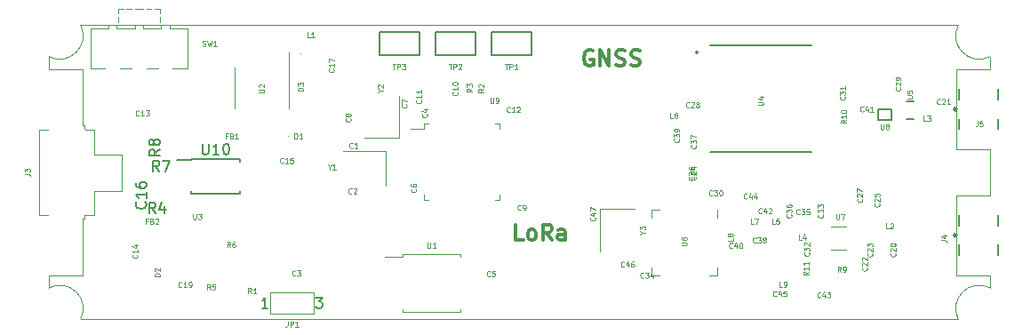
<source format=gbr>
G04 #@! TF.GenerationSoftware,KiCad,Pcbnew,(5.1.5)-3*
G04 #@! TF.CreationDate,2020-05-17T20:07:58+05:30*
G04 #@! TF.ProjectId,ArmTrax,41726d54-7261-4782-9e6b-696361645f70,rev?*
G04 #@! TF.SameCoordinates,Original*
G04 #@! TF.FileFunction,Legend,Top*
G04 #@! TF.FilePolarity,Positive*
%FSLAX46Y46*%
G04 Gerber Fmt 4.6, Leading zero omitted, Abs format (unit mm)*
G04 Created by KiCad (PCBNEW (5.1.5)-3) date 2020-05-17 20:07:58*
%MOMM*%
%LPD*%
G04 APERTURE LIST*
%ADD10C,0.300000*%
%ADD11C,0.120000*%
%ADD12C,0.150000*%
%ADD13C,0.100000*%
%ADD14C,0.127000*%
%ADD15C,0.200000*%
%ADD16C,0.280000*%
%ADD17C,0.075000*%
G04 APERTURE END LIST*
D10*
X106957142Y-70178571D02*
X106242857Y-70178571D01*
X106242857Y-68678571D01*
X107671428Y-70178571D02*
X107528571Y-70107142D01*
X107457142Y-70035714D01*
X107385714Y-69892857D01*
X107385714Y-69464285D01*
X107457142Y-69321428D01*
X107528571Y-69250000D01*
X107671428Y-69178571D01*
X107885714Y-69178571D01*
X108028571Y-69250000D01*
X108100000Y-69321428D01*
X108171428Y-69464285D01*
X108171428Y-69892857D01*
X108100000Y-70035714D01*
X108028571Y-70107142D01*
X107885714Y-70178571D01*
X107671428Y-70178571D01*
X109671428Y-70178571D02*
X109171428Y-69464285D01*
X108814285Y-70178571D02*
X108814285Y-68678571D01*
X109385714Y-68678571D01*
X109528571Y-68750000D01*
X109600000Y-68821428D01*
X109671428Y-68964285D01*
X109671428Y-69178571D01*
X109600000Y-69321428D01*
X109528571Y-69392857D01*
X109385714Y-69464285D01*
X108814285Y-69464285D01*
X110957142Y-70178571D02*
X110957142Y-69392857D01*
X110885714Y-69250000D01*
X110742857Y-69178571D01*
X110457142Y-69178571D01*
X110314285Y-69250000D01*
X110957142Y-70107142D02*
X110814285Y-70178571D01*
X110457142Y-70178571D01*
X110314285Y-70107142D01*
X110242857Y-69964285D01*
X110242857Y-69821428D01*
X110314285Y-69678571D01*
X110457142Y-69607142D01*
X110814285Y-69607142D01*
X110957142Y-69535714D01*
X113578571Y-52150000D02*
X113435714Y-52078571D01*
X113221428Y-52078571D01*
X113007142Y-52150000D01*
X112864285Y-52292857D01*
X112792857Y-52435714D01*
X112721428Y-52721428D01*
X112721428Y-52935714D01*
X112792857Y-53221428D01*
X112864285Y-53364285D01*
X113007142Y-53507142D01*
X113221428Y-53578571D01*
X113364285Y-53578571D01*
X113578571Y-53507142D01*
X113650000Y-53435714D01*
X113650000Y-52935714D01*
X113364285Y-52935714D01*
X114292857Y-53578571D02*
X114292857Y-52078571D01*
X115150000Y-53578571D01*
X115150000Y-52078571D01*
X115792857Y-53507142D02*
X116007142Y-53578571D01*
X116364285Y-53578571D01*
X116507142Y-53507142D01*
X116578571Y-53435714D01*
X116650000Y-53292857D01*
X116650000Y-53150000D01*
X116578571Y-53007142D01*
X116507142Y-52935714D01*
X116364285Y-52864285D01*
X116078571Y-52792857D01*
X115935714Y-52721428D01*
X115864285Y-52650000D01*
X115792857Y-52507142D01*
X115792857Y-52364285D01*
X115864285Y-52221428D01*
X115935714Y-52150000D01*
X116078571Y-52078571D01*
X116435714Y-52078571D01*
X116650000Y-52150000D01*
X117221428Y-53507142D02*
X117435714Y-53578571D01*
X117792857Y-53578571D01*
X117935714Y-53507142D01*
X118007142Y-53435714D01*
X118078571Y-53292857D01*
X118078571Y-53150000D01*
X118007142Y-53007142D01*
X117935714Y-52935714D01*
X117792857Y-52864285D01*
X117507142Y-52792857D01*
X117364285Y-52721428D01*
X117292857Y-52650000D01*
X117221428Y-52507142D01*
X117221428Y-52364285D01*
X117292857Y-52221428D01*
X117364285Y-52150000D01*
X117507142Y-52078571D01*
X117864285Y-52078571D01*
X118078571Y-52150000D01*
D11*
X68700000Y-65460000D02*
X68700000Y-65380000D01*
X68410000Y-65460000D02*
X68700000Y-65460000D01*
X68700000Y-64500000D02*
X68700000Y-65400000D01*
X66100000Y-62000000D02*
X66060000Y-61940000D01*
X68700000Y-62000000D02*
X66100000Y-62000000D01*
X68700000Y-64500000D02*
X68700000Y-62000000D01*
X65200000Y-59200000D02*
X65200000Y-59600000D01*
X65000000Y-59200000D02*
X65200000Y-59200000D01*
X65000000Y-53900000D02*
X65000000Y-59200000D01*
X65200000Y-68100000D02*
X65200000Y-67800000D01*
X65000000Y-68100000D02*
X65200000Y-68100000D01*
X65000000Y-73500000D02*
X65000000Y-68100000D01*
X64800000Y-77700000D02*
X73400000Y-77700000D01*
X61800000Y-73500000D02*
X65000000Y-73500000D01*
X61800000Y-74700000D02*
X61800000Y-73500000D01*
X64800000Y-49700000D02*
G75*
G02X61800000Y-52700000I-2000000J-1000000D01*
G01*
X61800000Y-53900000D02*
X65000000Y-53900000D01*
X61800000Y-74700000D02*
G75*
G02X64800000Y-77700000I1000000J-2000000D01*
G01*
X61800000Y-52700000D02*
X61800000Y-53900000D01*
X64800000Y-49700000D02*
X65100000Y-49700000D01*
X69000000Y-49700000D02*
X65100000Y-49700000D01*
X73400000Y-49700000D02*
X69000000Y-49700000D01*
X151400000Y-74700000D02*
X151400000Y-73500000D01*
X151400000Y-61500000D02*
X151400000Y-65900000D01*
X148200000Y-65900000D02*
X151400000Y-65900000D01*
X148200000Y-73500000D02*
X148200000Y-65900000D01*
X151400000Y-73500000D02*
X148200000Y-73500000D01*
X148200000Y-61500000D02*
X151400000Y-61500000D01*
X148200000Y-53900000D02*
X148200000Y-61500000D01*
X151400000Y-53900000D02*
X148200000Y-53900000D01*
X151400000Y-52700000D02*
X151400000Y-53900000D01*
X148400000Y-77700000D02*
X73400000Y-77700000D01*
X148400000Y-77700000D02*
G75*
G02X151400000Y-74700000I2000000J1000000D01*
G01*
X148400000Y-49700000D02*
X73400000Y-49700000D01*
X151400000Y-52700000D02*
G75*
G02X148400000Y-49700000I-1000000J2000000D01*
G01*
D12*
X75325000Y-62575000D02*
X73975000Y-62575000D01*
X75325000Y-65725000D02*
X79975000Y-65725000D01*
X75325000Y-62475000D02*
X79975000Y-62475000D01*
X75325000Y-65725000D02*
X75325000Y-65525000D01*
X79975000Y-65725000D02*
X79975000Y-65525000D01*
X79975000Y-62475000D02*
X79975000Y-62675000D01*
X75325000Y-62475000D02*
X75325000Y-62575000D01*
D11*
X136320000Y-71080000D02*
X137680000Y-71080000D01*
X136320000Y-68920000D02*
X137680000Y-68920000D01*
X95495000Y-71795000D02*
X93820000Y-71795000D01*
X95495000Y-71535000D02*
X95495000Y-71795000D01*
X98220000Y-71535000D02*
X95495000Y-71535000D01*
X100945000Y-71535000D02*
X100945000Y-71795000D01*
X98220000Y-71535000D02*
X100945000Y-71535000D01*
X95495000Y-76985000D02*
X95495000Y-76725000D01*
X98220000Y-76985000D02*
X95495000Y-76985000D01*
X100945000Y-76985000D02*
X100945000Y-76725000D01*
X98220000Y-76985000D02*
X100945000Y-76985000D01*
X97490000Y-59550000D02*
X96200000Y-59550000D01*
X97490000Y-59100000D02*
X97490000Y-59550000D01*
X97940000Y-59100000D02*
X97490000Y-59100000D01*
X104710000Y-59100000D02*
X104710000Y-59550000D01*
X104260000Y-59100000D02*
X104710000Y-59100000D01*
X97490000Y-66320000D02*
X97490000Y-65870000D01*
X97940000Y-66320000D02*
X97490000Y-66320000D01*
X104710000Y-66320000D02*
X104710000Y-65870000D01*
X104260000Y-66320000D02*
X104710000Y-66320000D01*
D13*
X85825000Y-52410000D02*
G75*
G03X85825000Y-52410000I-50000J0D01*
G01*
D11*
X114250000Y-67225000D02*
X114250000Y-71225000D01*
X117550000Y-67225000D02*
X114250000Y-67225000D01*
X95100000Y-60410000D02*
X95100000Y-56410000D01*
X91800000Y-60410000D02*
X95100000Y-60410000D01*
X93830000Y-61700000D02*
X89830000Y-61700000D01*
X93830000Y-65000000D02*
X93830000Y-61700000D01*
D14*
X142000000Y-58700000D02*
X140800000Y-58700000D01*
X140800000Y-58700000D02*
X140800000Y-57700000D01*
X140800000Y-57700000D02*
X142000000Y-57700000D01*
X142000000Y-57700000D02*
X142000000Y-58700000D01*
D11*
X125410000Y-68040000D02*
X125410000Y-67290000D01*
X119190000Y-73510000D02*
X119940000Y-73510000D01*
X119190000Y-72760000D02*
X119190000Y-73510000D01*
X119190000Y-67290000D02*
X119940000Y-67290000D01*
X119190000Y-68040000D02*
X119190000Y-67290000D01*
X125410000Y-73510000D02*
X124660000Y-73510000D01*
X125410000Y-72760000D02*
X125410000Y-73510000D01*
D14*
X143450000Y-58645000D02*
X144150000Y-58645000D01*
X144150000Y-56955000D02*
X143450000Y-56955000D01*
D15*
X123600000Y-52300000D02*
G75*
G03X123600000Y-52300000I-100000J0D01*
G01*
D14*
X124750000Y-61750000D02*
X134450000Y-61750000D01*
X134450000Y-51650000D02*
X124750000Y-51650000D01*
D11*
X84610000Y-55700000D02*
X84610000Y-52250000D01*
X84610000Y-55700000D02*
X84610000Y-57650000D01*
X79490000Y-55700000D02*
X79490000Y-53750000D01*
X79490000Y-55700000D02*
X79490000Y-57650000D01*
D12*
X97050000Y-50310000D02*
X97050000Y-52510000D01*
X93250000Y-50310000D02*
X97050000Y-50310000D01*
X93250000Y-52510000D02*
X93250000Y-50310000D01*
X97050000Y-52510000D02*
X93250000Y-52510000D01*
X102400000Y-50310000D02*
X102400000Y-52510000D01*
X98600000Y-50310000D02*
X102400000Y-50310000D01*
X98600000Y-52510000D02*
X98600000Y-50310000D01*
X102400000Y-52510000D02*
X98600000Y-52510000D01*
X107750000Y-50310000D02*
X107750000Y-52510000D01*
X103950000Y-50310000D02*
X107750000Y-50310000D01*
X103950000Y-52510000D02*
X103950000Y-50310000D01*
X107750000Y-52510000D02*
X103950000Y-52510000D01*
D11*
X70750000Y-48100000D02*
X70750000Y-48100000D01*
X69950000Y-48100000D02*
X70750000Y-48100000D01*
X69650000Y-48100000D02*
X69650000Y-48100000D01*
X69150000Y-48100000D02*
X69650000Y-48100000D01*
X71050000Y-48100000D02*
X71050000Y-48100000D01*
X71550000Y-48100000D02*
X71050000Y-48100000D01*
X72350000Y-49400000D02*
X72350000Y-49400000D01*
X72350000Y-48900000D02*
X72350000Y-49400000D01*
X68350000Y-49400000D02*
X68350000Y-49400000D01*
X68350000Y-48900000D02*
X68350000Y-49400000D01*
X68350000Y-48600000D02*
X68350000Y-48600000D01*
X68350000Y-48100000D02*
X68350000Y-48600000D01*
X68850000Y-48100000D02*
X68850000Y-48100000D01*
X68350000Y-48100000D02*
X68850000Y-48100000D01*
X71850000Y-48100000D02*
X71850000Y-48100000D01*
X72350000Y-48100000D02*
X71850000Y-48100000D01*
X72350000Y-48600000D02*
X72350000Y-48600000D01*
X72350000Y-48100000D02*
X72350000Y-48600000D01*
X74950000Y-50000000D02*
X74950000Y-50000000D01*
X73250000Y-50000000D02*
X74950000Y-50000000D01*
X73250000Y-49700000D02*
X73250000Y-50000000D01*
X72450000Y-49700000D02*
X73250000Y-49700000D01*
X72450000Y-50000000D02*
X72450000Y-49700000D01*
X70750000Y-50000000D02*
X72450000Y-50000000D01*
X70750000Y-49700000D02*
X70750000Y-50000000D01*
X69950000Y-49700000D02*
X70750000Y-49700000D01*
X69950000Y-50000000D02*
X69950000Y-49700000D01*
X68250000Y-50000000D02*
X69950000Y-50000000D01*
X68250000Y-49700000D02*
X68250000Y-50000000D01*
X67450000Y-49700000D02*
X68250000Y-49700000D01*
X67450000Y-50000000D02*
X67450000Y-49700000D01*
X65750000Y-50000000D02*
X67450000Y-50000000D01*
X72150000Y-53800000D02*
X72150000Y-53800000D01*
X71050000Y-53800000D02*
X72150000Y-53800000D01*
X69650000Y-53800000D02*
X69650000Y-53800000D01*
X68550000Y-53800000D02*
X69650000Y-53800000D01*
X74950000Y-53800000D02*
X73550000Y-53800000D01*
X74950000Y-50000000D02*
X74950000Y-53800000D01*
X65750000Y-53800000D02*
X65750000Y-50000000D01*
X67150000Y-53800000D02*
X65750000Y-53800000D01*
X82890000Y-75190000D02*
X86990000Y-75190000D01*
X86990000Y-75190000D02*
X86990000Y-77190000D01*
X86990000Y-77190000D02*
X82890000Y-77190000D01*
X82890000Y-77190000D02*
X82890000Y-75190000D01*
D14*
X152200000Y-59600000D02*
X152200000Y-58600000D01*
X152200000Y-56800000D02*
X152200000Y-55800000D01*
X148490000Y-59600000D02*
X148490000Y-58600000D01*
X148490000Y-56800000D02*
X148490000Y-55800000D01*
D16*
X148240000Y-57700000D02*
G75*
G03X148240000Y-57700000I-140000J0D01*
G01*
D14*
X152200000Y-71600000D02*
X152200000Y-70600000D01*
X152200000Y-68800000D02*
X152200000Y-67800000D01*
X148490000Y-71600000D02*
X148490000Y-70600000D01*
X148490000Y-68800000D02*
X148490000Y-67800000D01*
D16*
X148240000Y-69700000D02*
G75*
G03X148240000Y-69700000I-140000J0D01*
G01*
D11*
X60840000Y-59615000D02*
X61690000Y-59615000D01*
X60840000Y-67785000D02*
X60840000Y-59615000D01*
X61690000Y-67785000D02*
X60840000Y-67785000D01*
X66060000Y-59615000D02*
X66060000Y-61940000D01*
X65210000Y-59615000D02*
X66060000Y-59615000D01*
X66060000Y-65460000D02*
X68450000Y-65460000D01*
X66060000Y-67785000D02*
X66060000Y-65460000D01*
X65210000Y-67785000D02*
X66060000Y-67785000D01*
D13*
X72250000Y-72340000D02*
G75*
G03X72250000Y-72340000I-50000J0D01*
G01*
X84640000Y-60250000D02*
G75*
G03X84640000Y-60250000I-50000J0D01*
G01*
D12*
X76411904Y-61002380D02*
X76411904Y-61811904D01*
X76459523Y-61907142D01*
X76507142Y-61954761D01*
X76602380Y-62002380D01*
X76792857Y-62002380D01*
X76888095Y-61954761D01*
X76935714Y-61907142D01*
X76983333Y-61811904D01*
X76983333Y-61002380D01*
X77983333Y-62002380D02*
X77411904Y-62002380D01*
X77697619Y-62002380D02*
X77697619Y-61002380D01*
X77602380Y-61145238D01*
X77507142Y-61240476D01*
X77411904Y-61288095D01*
X78602380Y-61002380D02*
X78697619Y-61002380D01*
X78792857Y-61050000D01*
X78840476Y-61097619D01*
X78888095Y-61192857D01*
X78935714Y-61383333D01*
X78935714Y-61621428D01*
X78888095Y-61811904D01*
X78840476Y-61907142D01*
X78792857Y-61954761D01*
X78697619Y-62002380D01*
X78602380Y-62002380D01*
X78507142Y-61954761D01*
X78459523Y-61907142D01*
X78411904Y-61811904D01*
X78364285Y-61621428D01*
X78364285Y-61383333D01*
X78411904Y-61192857D01*
X78459523Y-61097619D01*
X78507142Y-61050000D01*
X78602380Y-61002380D01*
X72332380Y-61516666D02*
X71856190Y-61850000D01*
X72332380Y-62088095D02*
X71332380Y-62088095D01*
X71332380Y-61707142D01*
X71380000Y-61611904D01*
X71427619Y-61564285D01*
X71522857Y-61516666D01*
X71665714Y-61516666D01*
X71760952Y-61564285D01*
X71808571Y-61611904D01*
X71856190Y-61707142D01*
X71856190Y-62088095D01*
X71760952Y-60945238D02*
X71713333Y-61040476D01*
X71665714Y-61088095D01*
X71570476Y-61135714D01*
X71522857Y-61135714D01*
X71427619Y-61088095D01*
X71380000Y-61040476D01*
X71332380Y-60945238D01*
X71332380Y-60754761D01*
X71380000Y-60659523D01*
X71427619Y-60611904D01*
X71522857Y-60564285D01*
X71570476Y-60564285D01*
X71665714Y-60611904D01*
X71713333Y-60659523D01*
X71760952Y-60754761D01*
X71760952Y-60945238D01*
X71808571Y-61040476D01*
X71856190Y-61088095D01*
X71951428Y-61135714D01*
X72141904Y-61135714D01*
X72237142Y-61088095D01*
X72284761Y-61040476D01*
X72332380Y-60945238D01*
X72332380Y-60754761D01*
X72284761Y-60659523D01*
X72237142Y-60611904D01*
X72141904Y-60564285D01*
X71951428Y-60564285D01*
X71856190Y-60611904D01*
X71808571Y-60659523D01*
X71760952Y-60754761D01*
X72283333Y-63602380D02*
X71950000Y-63126190D01*
X71711904Y-63602380D02*
X71711904Y-62602380D01*
X72092857Y-62602380D01*
X72188095Y-62650000D01*
X72235714Y-62697619D01*
X72283333Y-62792857D01*
X72283333Y-62935714D01*
X72235714Y-63030952D01*
X72188095Y-63078571D01*
X72092857Y-63126190D01*
X71711904Y-63126190D01*
X72616666Y-62602380D02*
X73283333Y-62602380D01*
X72854761Y-63602380D01*
X71933333Y-67602380D02*
X71600000Y-67126190D01*
X71361904Y-67602380D02*
X71361904Y-66602380D01*
X71742857Y-66602380D01*
X71838095Y-66650000D01*
X71885714Y-66697619D01*
X71933333Y-66792857D01*
X71933333Y-66935714D01*
X71885714Y-67030952D01*
X71838095Y-67078571D01*
X71742857Y-67126190D01*
X71361904Y-67126190D01*
X72790476Y-66935714D02*
X72790476Y-67602380D01*
X72552380Y-66554761D02*
X72314285Y-67269047D01*
X72933333Y-67269047D01*
X70957142Y-66542857D02*
X71004761Y-66590476D01*
X71052380Y-66733333D01*
X71052380Y-66828571D01*
X71004761Y-66971428D01*
X70909523Y-67066666D01*
X70814285Y-67114285D01*
X70623809Y-67161904D01*
X70480952Y-67161904D01*
X70290476Y-67114285D01*
X70195238Y-67066666D01*
X70100000Y-66971428D01*
X70052380Y-66828571D01*
X70052380Y-66733333D01*
X70100000Y-66590476D01*
X70147619Y-66542857D01*
X71052380Y-65590476D02*
X71052380Y-66161904D01*
X71052380Y-65876190D02*
X70052380Y-65876190D01*
X70195238Y-65971428D01*
X70290476Y-66066666D01*
X70338095Y-66161904D01*
X70052380Y-64733333D02*
X70052380Y-64923809D01*
X70100000Y-65019047D01*
X70147619Y-65066666D01*
X70290476Y-65161904D01*
X70480952Y-65209523D01*
X70861904Y-65209523D01*
X70957142Y-65161904D01*
X71004761Y-65114285D01*
X71052380Y-65019047D01*
X71052380Y-64828571D01*
X71004761Y-64733333D01*
X70957142Y-64685714D01*
X70861904Y-64638095D01*
X70623809Y-64638095D01*
X70528571Y-64685714D01*
X70480952Y-64733333D01*
X70433333Y-64828571D01*
X70433333Y-65019047D01*
X70480952Y-65114285D01*
X70528571Y-65161904D01*
X70623809Y-65209523D01*
D17*
X136769047Y-67676190D02*
X136769047Y-68080952D01*
X136792857Y-68128571D01*
X136816666Y-68152380D01*
X136864285Y-68176190D01*
X136959523Y-68176190D01*
X137007142Y-68152380D01*
X137030952Y-68128571D01*
X137054761Y-68080952D01*
X137054761Y-67676190D01*
X137245238Y-67676190D02*
X137578571Y-67676190D01*
X137364285Y-68176190D01*
X97839047Y-70426190D02*
X97839047Y-70830952D01*
X97862857Y-70878571D01*
X97886666Y-70902380D01*
X97934285Y-70926190D01*
X98029523Y-70926190D01*
X98077142Y-70902380D01*
X98100952Y-70878571D01*
X98124761Y-70830952D01*
X98124761Y-70426190D01*
X98624761Y-70926190D02*
X98339047Y-70926190D01*
X98481904Y-70926190D02*
X98481904Y-70426190D01*
X98434285Y-70497619D01*
X98386666Y-70545238D01*
X98339047Y-70569047D01*
X103829047Y-56606190D02*
X103829047Y-57010952D01*
X103852857Y-57058571D01*
X103876666Y-57082380D01*
X103924285Y-57106190D01*
X104019523Y-57106190D01*
X104067142Y-57082380D01*
X104090952Y-57058571D01*
X104114761Y-57010952D01*
X104114761Y-56606190D01*
X104376666Y-57106190D02*
X104471904Y-57106190D01*
X104519523Y-57082380D01*
X104543333Y-57058571D01*
X104590952Y-56987142D01*
X104614761Y-56891904D01*
X104614761Y-56701428D01*
X104590952Y-56653809D01*
X104567142Y-56630000D01*
X104519523Y-56606190D01*
X104424285Y-56606190D01*
X104376666Y-56630000D01*
X104352857Y-56653809D01*
X104329047Y-56701428D01*
X104329047Y-56820476D01*
X104352857Y-56868095D01*
X104376666Y-56891904D01*
X104424285Y-56915714D01*
X104519523Y-56915714D01*
X104567142Y-56891904D01*
X104590952Y-56868095D01*
X104614761Y-56820476D01*
X86006190Y-55949047D02*
X85506190Y-55949047D01*
X85506190Y-55830000D01*
X85530000Y-55758571D01*
X85577619Y-55710952D01*
X85625238Y-55687142D01*
X85720476Y-55663333D01*
X85791904Y-55663333D01*
X85887142Y-55687142D01*
X85934761Y-55710952D01*
X85982380Y-55758571D01*
X86006190Y-55830000D01*
X86006190Y-55949047D01*
X85506190Y-55496666D02*
X85506190Y-55187142D01*
X85696666Y-55353809D01*
X85696666Y-55282380D01*
X85720476Y-55234761D01*
X85744285Y-55210952D01*
X85791904Y-55187142D01*
X85910952Y-55187142D01*
X85958571Y-55210952D01*
X85982380Y-55234761D01*
X86006190Y-55282380D01*
X86006190Y-55425238D01*
X85982380Y-55472857D01*
X85958571Y-55496666D01*
X118338095Y-69463095D02*
X118576190Y-69463095D01*
X118076190Y-69629761D02*
X118338095Y-69463095D01*
X118076190Y-69296428D01*
X118076190Y-69177380D02*
X118076190Y-68867857D01*
X118266666Y-69034523D01*
X118266666Y-68963095D01*
X118290476Y-68915476D01*
X118314285Y-68891666D01*
X118361904Y-68867857D01*
X118480952Y-68867857D01*
X118528571Y-68891666D01*
X118552380Y-68915476D01*
X118576190Y-68963095D01*
X118576190Y-69105952D01*
X118552380Y-69153571D01*
X118528571Y-69177380D01*
X93378095Y-55968095D02*
X93616190Y-55968095D01*
X93116190Y-56134761D02*
X93378095Y-55968095D01*
X93116190Y-55801428D01*
X93163809Y-55658571D02*
X93140000Y-55634761D01*
X93116190Y-55587142D01*
X93116190Y-55468095D01*
X93140000Y-55420476D01*
X93163809Y-55396666D01*
X93211428Y-55372857D01*
X93259047Y-55372857D01*
X93330476Y-55396666D01*
X93616190Y-55682380D01*
X93616190Y-55372857D01*
X88491904Y-63188095D02*
X88491904Y-63426190D01*
X88325238Y-62926190D02*
X88491904Y-63188095D01*
X88658571Y-62926190D01*
X89087142Y-63426190D02*
X88801428Y-63426190D01*
X88944285Y-63426190D02*
X88944285Y-62926190D01*
X88896666Y-62997619D01*
X88849047Y-63045238D01*
X88801428Y-63069047D01*
X141019047Y-59126190D02*
X141019047Y-59530952D01*
X141042857Y-59578571D01*
X141066666Y-59602380D01*
X141114285Y-59626190D01*
X141209523Y-59626190D01*
X141257142Y-59602380D01*
X141280952Y-59578571D01*
X141304761Y-59530952D01*
X141304761Y-59126190D01*
X141614285Y-59340476D02*
X141566666Y-59316666D01*
X141542857Y-59292857D01*
X141519047Y-59245238D01*
X141519047Y-59221428D01*
X141542857Y-59173809D01*
X141566666Y-59150000D01*
X141614285Y-59126190D01*
X141709523Y-59126190D01*
X141757142Y-59150000D01*
X141780952Y-59173809D01*
X141804761Y-59221428D01*
X141804761Y-59245238D01*
X141780952Y-59292857D01*
X141757142Y-59316666D01*
X141709523Y-59340476D01*
X141614285Y-59340476D01*
X141566666Y-59364285D01*
X141542857Y-59388095D01*
X141519047Y-59435714D01*
X141519047Y-59530952D01*
X141542857Y-59578571D01*
X141566666Y-59602380D01*
X141614285Y-59626190D01*
X141709523Y-59626190D01*
X141757142Y-59602380D01*
X141780952Y-59578571D01*
X141804761Y-59530952D01*
X141804761Y-59435714D01*
X141780952Y-59388095D01*
X141757142Y-59364285D01*
X141709523Y-59340476D01*
X122026190Y-70680952D02*
X122430952Y-70680952D01*
X122478571Y-70657142D01*
X122502380Y-70633333D01*
X122526190Y-70585714D01*
X122526190Y-70490476D01*
X122502380Y-70442857D01*
X122478571Y-70419047D01*
X122430952Y-70395238D01*
X122026190Y-70395238D01*
X122026190Y-69942857D02*
X122026190Y-70038095D01*
X122050000Y-70085714D01*
X122073809Y-70109523D01*
X122145238Y-70157142D01*
X122240476Y-70180952D01*
X122430952Y-70180952D01*
X122478571Y-70157142D01*
X122502380Y-70133333D01*
X122526190Y-70085714D01*
X122526190Y-69990476D01*
X122502380Y-69942857D01*
X122478571Y-69919047D01*
X122430952Y-69895238D01*
X122311904Y-69895238D01*
X122264285Y-69919047D01*
X122240476Y-69942857D01*
X122216666Y-69990476D01*
X122216666Y-70085714D01*
X122240476Y-70133333D01*
X122264285Y-70157142D01*
X122311904Y-70180952D01*
X143526190Y-56680952D02*
X143930952Y-56680952D01*
X143978571Y-56657142D01*
X144002380Y-56633333D01*
X144026190Y-56585714D01*
X144026190Y-56490476D01*
X144002380Y-56442857D01*
X143978571Y-56419047D01*
X143930952Y-56395238D01*
X143526190Y-56395238D01*
X143526190Y-55919047D02*
X143526190Y-56157142D01*
X143764285Y-56180952D01*
X143740476Y-56157142D01*
X143716666Y-56109523D01*
X143716666Y-55990476D01*
X143740476Y-55942857D01*
X143764285Y-55919047D01*
X143811904Y-55895238D01*
X143930952Y-55895238D01*
X143978571Y-55919047D01*
X144002380Y-55942857D01*
X144026190Y-55990476D01*
X144026190Y-56109523D01*
X144002380Y-56157142D01*
X143978571Y-56180952D01*
X129326190Y-57280952D02*
X129730952Y-57280952D01*
X129778571Y-57257142D01*
X129802380Y-57233333D01*
X129826190Y-57185714D01*
X129826190Y-57090476D01*
X129802380Y-57042857D01*
X129778571Y-57019047D01*
X129730952Y-56995238D01*
X129326190Y-56995238D01*
X129492857Y-56542857D02*
X129826190Y-56542857D01*
X129302380Y-56661904D02*
X129659523Y-56780952D01*
X129659523Y-56471428D01*
X75519047Y-67676190D02*
X75519047Y-68080952D01*
X75542857Y-68128571D01*
X75566666Y-68152380D01*
X75614285Y-68176190D01*
X75709523Y-68176190D01*
X75757142Y-68152380D01*
X75780952Y-68128571D01*
X75804761Y-68080952D01*
X75804761Y-67676190D01*
X75995238Y-67676190D02*
X76304761Y-67676190D01*
X76138095Y-67866666D01*
X76209523Y-67866666D01*
X76257142Y-67890476D01*
X76280952Y-67914285D01*
X76304761Y-67961904D01*
X76304761Y-68080952D01*
X76280952Y-68128571D01*
X76257142Y-68152380D01*
X76209523Y-68176190D01*
X76066666Y-68176190D01*
X76019047Y-68152380D01*
X75995238Y-68128571D01*
X81786190Y-56090952D02*
X82190952Y-56090952D01*
X82238571Y-56067142D01*
X82262380Y-56043333D01*
X82286190Y-55995714D01*
X82286190Y-55900476D01*
X82262380Y-55852857D01*
X82238571Y-55829047D01*
X82190952Y-55805238D01*
X81786190Y-55805238D01*
X81833809Y-55590952D02*
X81810000Y-55567142D01*
X81786190Y-55519523D01*
X81786190Y-55400476D01*
X81810000Y-55352857D01*
X81833809Y-55329047D01*
X81881428Y-55305238D01*
X81929047Y-55305238D01*
X82000476Y-55329047D01*
X82286190Y-55614761D01*
X82286190Y-55305238D01*
X94519047Y-53386190D02*
X94804761Y-53386190D01*
X94661904Y-53886190D02*
X94661904Y-53386190D01*
X94971428Y-53886190D02*
X94971428Y-53386190D01*
X95161904Y-53386190D01*
X95209523Y-53410000D01*
X95233333Y-53433809D01*
X95257142Y-53481428D01*
X95257142Y-53552857D01*
X95233333Y-53600476D01*
X95209523Y-53624285D01*
X95161904Y-53648095D01*
X94971428Y-53648095D01*
X95423809Y-53386190D02*
X95733333Y-53386190D01*
X95566666Y-53576666D01*
X95638095Y-53576666D01*
X95685714Y-53600476D01*
X95709523Y-53624285D01*
X95733333Y-53671904D01*
X95733333Y-53790952D01*
X95709523Y-53838571D01*
X95685714Y-53862380D01*
X95638095Y-53886190D01*
X95495238Y-53886190D01*
X95447619Y-53862380D01*
X95423809Y-53838571D01*
X99869047Y-53386190D02*
X100154761Y-53386190D01*
X100011904Y-53886190D02*
X100011904Y-53386190D01*
X100321428Y-53886190D02*
X100321428Y-53386190D01*
X100511904Y-53386190D01*
X100559523Y-53410000D01*
X100583333Y-53433809D01*
X100607142Y-53481428D01*
X100607142Y-53552857D01*
X100583333Y-53600476D01*
X100559523Y-53624285D01*
X100511904Y-53648095D01*
X100321428Y-53648095D01*
X100797619Y-53433809D02*
X100821428Y-53410000D01*
X100869047Y-53386190D01*
X100988095Y-53386190D01*
X101035714Y-53410000D01*
X101059523Y-53433809D01*
X101083333Y-53481428D01*
X101083333Y-53529047D01*
X101059523Y-53600476D01*
X100773809Y-53886190D01*
X101083333Y-53886190D01*
X105219047Y-53386190D02*
X105504761Y-53386190D01*
X105361904Y-53886190D02*
X105361904Y-53386190D01*
X105671428Y-53886190D02*
X105671428Y-53386190D01*
X105861904Y-53386190D01*
X105909523Y-53410000D01*
X105933333Y-53433809D01*
X105957142Y-53481428D01*
X105957142Y-53552857D01*
X105933333Y-53600476D01*
X105909523Y-53624285D01*
X105861904Y-53648095D01*
X105671428Y-53648095D01*
X106433333Y-53886190D02*
X106147619Y-53886190D01*
X106290476Y-53886190D02*
X106290476Y-53386190D01*
X106242857Y-53457619D01*
X106195238Y-53505238D01*
X106147619Y-53529047D01*
X76413333Y-51652380D02*
X76484761Y-51676190D01*
X76603809Y-51676190D01*
X76651428Y-51652380D01*
X76675238Y-51628571D01*
X76699047Y-51580952D01*
X76699047Y-51533333D01*
X76675238Y-51485714D01*
X76651428Y-51461904D01*
X76603809Y-51438095D01*
X76508571Y-51414285D01*
X76460952Y-51390476D01*
X76437142Y-51366666D01*
X76413333Y-51319047D01*
X76413333Y-51271428D01*
X76437142Y-51223809D01*
X76460952Y-51200000D01*
X76508571Y-51176190D01*
X76627619Y-51176190D01*
X76699047Y-51200000D01*
X76865714Y-51176190D02*
X76984761Y-51676190D01*
X77080000Y-51319047D01*
X77175238Y-51676190D01*
X77294285Y-51176190D01*
X77746666Y-51676190D02*
X77460952Y-51676190D01*
X77603809Y-51676190D02*
X77603809Y-51176190D01*
X77556190Y-51247619D01*
X77508571Y-51295238D01*
X77460952Y-51319047D01*
X134126190Y-73186428D02*
X133888095Y-73353095D01*
X134126190Y-73472142D02*
X133626190Y-73472142D01*
X133626190Y-73281666D01*
X133650000Y-73234047D01*
X133673809Y-73210238D01*
X133721428Y-73186428D01*
X133792857Y-73186428D01*
X133840476Y-73210238D01*
X133864285Y-73234047D01*
X133888095Y-73281666D01*
X133888095Y-73472142D01*
X134126190Y-72710238D02*
X134126190Y-72995952D01*
X134126190Y-72853095D02*
X133626190Y-72853095D01*
X133697619Y-72900714D01*
X133745238Y-72948333D01*
X133769047Y-72995952D01*
X134126190Y-72234047D02*
X134126190Y-72519761D01*
X134126190Y-72376904D02*
X133626190Y-72376904D01*
X133697619Y-72424523D01*
X133745238Y-72472142D01*
X133769047Y-72519761D01*
X137726190Y-58721428D02*
X137488095Y-58888095D01*
X137726190Y-59007142D02*
X137226190Y-59007142D01*
X137226190Y-58816666D01*
X137250000Y-58769047D01*
X137273809Y-58745238D01*
X137321428Y-58721428D01*
X137392857Y-58721428D01*
X137440476Y-58745238D01*
X137464285Y-58769047D01*
X137488095Y-58816666D01*
X137488095Y-59007142D01*
X137726190Y-58245238D02*
X137726190Y-58530952D01*
X137726190Y-58388095D02*
X137226190Y-58388095D01*
X137297619Y-58435714D01*
X137345238Y-58483333D01*
X137369047Y-58530952D01*
X137226190Y-57935714D02*
X137226190Y-57888095D01*
X137250000Y-57840476D01*
X137273809Y-57816666D01*
X137321428Y-57792857D01*
X137416666Y-57769047D01*
X137535714Y-57769047D01*
X137630952Y-57792857D01*
X137678571Y-57816666D01*
X137702380Y-57840476D01*
X137726190Y-57888095D01*
X137726190Y-57935714D01*
X137702380Y-57983333D01*
X137678571Y-58007142D01*
X137630952Y-58030952D01*
X137535714Y-58054761D01*
X137416666Y-58054761D01*
X137321428Y-58030952D01*
X137273809Y-58007142D01*
X137250000Y-57983333D01*
X137226190Y-57935714D01*
X137216666Y-73226190D02*
X137050000Y-72988095D01*
X136930952Y-73226190D02*
X136930952Y-72726190D01*
X137121428Y-72726190D01*
X137169047Y-72750000D01*
X137192857Y-72773809D01*
X137216666Y-72821428D01*
X137216666Y-72892857D01*
X137192857Y-72940476D01*
X137169047Y-72964285D01*
X137121428Y-72988095D01*
X136930952Y-72988095D01*
X137454761Y-73226190D02*
X137550000Y-73226190D01*
X137597619Y-73202380D01*
X137621428Y-73178571D01*
X137669047Y-73107142D01*
X137692857Y-73011904D01*
X137692857Y-72821428D01*
X137669047Y-72773809D01*
X137645238Y-72750000D01*
X137597619Y-72726190D01*
X137502380Y-72726190D01*
X137454761Y-72750000D01*
X137430952Y-72773809D01*
X137407142Y-72821428D01*
X137407142Y-72940476D01*
X137430952Y-72988095D01*
X137454761Y-73011904D01*
X137502380Y-73035714D01*
X137597619Y-73035714D01*
X137645238Y-73011904D01*
X137669047Y-72988095D01*
X137692857Y-72940476D01*
X79051666Y-70846190D02*
X78885000Y-70608095D01*
X78765952Y-70846190D02*
X78765952Y-70346190D01*
X78956428Y-70346190D01*
X79004047Y-70370000D01*
X79027857Y-70393809D01*
X79051666Y-70441428D01*
X79051666Y-70512857D01*
X79027857Y-70560476D01*
X79004047Y-70584285D01*
X78956428Y-70608095D01*
X78765952Y-70608095D01*
X79480238Y-70346190D02*
X79385000Y-70346190D01*
X79337380Y-70370000D01*
X79313571Y-70393809D01*
X79265952Y-70465238D01*
X79242142Y-70560476D01*
X79242142Y-70750952D01*
X79265952Y-70798571D01*
X79289761Y-70822380D01*
X79337380Y-70846190D01*
X79432619Y-70846190D01*
X79480238Y-70822380D01*
X79504047Y-70798571D01*
X79527857Y-70750952D01*
X79527857Y-70631904D01*
X79504047Y-70584285D01*
X79480238Y-70560476D01*
X79432619Y-70536666D01*
X79337380Y-70536666D01*
X79289761Y-70560476D01*
X79265952Y-70584285D01*
X79242142Y-70631904D01*
X77141666Y-74866190D02*
X76975000Y-74628095D01*
X76855952Y-74866190D02*
X76855952Y-74366190D01*
X77046428Y-74366190D01*
X77094047Y-74390000D01*
X77117857Y-74413809D01*
X77141666Y-74461428D01*
X77141666Y-74532857D01*
X77117857Y-74580476D01*
X77094047Y-74604285D01*
X77046428Y-74628095D01*
X76855952Y-74628095D01*
X77594047Y-74366190D02*
X77355952Y-74366190D01*
X77332142Y-74604285D01*
X77355952Y-74580476D01*
X77403571Y-74556666D01*
X77522619Y-74556666D01*
X77570238Y-74580476D01*
X77594047Y-74604285D01*
X77617857Y-74651904D01*
X77617857Y-74770952D01*
X77594047Y-74818571D01*
X77570238Y-74842380D01*
X77522619Y-74866190D01*
X77403571Y-74866190D01*
X77355952Y-74842380D01*
X77332142Y-74818571D01*
X102106190Y-55768333D02*
X101868095Y-55935000D01*
X102106190Y-56054047D02*
X101606190Y-56054047D01*
X101606190Y-55863571D01*
X101630000Y-55815952D01*
X101653809Y-55792142D01*
X101701428Y-55768333D01*
X101772857Y-55768333D01*
X101820476Y-55792142D01*
X101844285Y-55815952D01*
X101868095Y-55863571D01*
X101868095Y-56054047D01*
X101606190Y-55601666D02*
X101606190Y-55292142D01*
X101796666Y-55458809D01*
X101796666Y-55387380D01*
X101820476Y-55339761D01*
X101844285Y-55315952D01*
X101891904Y-55292142D01*
X102010952Y-55292142D01*
X102058571Y-55315952D01*
X102082380Y-55339761D01*
X102106190Y-55387380D01*
X102106190Y-55530238D01*
X102082380Y-55577857D01*
X102058571Y-55601666D01*
X103196190Y-55778333D02*
X102958095Y-55945000D01*
X103196190Y-56064047D02*
X102696190Y-56064047D01*
X102696190Y-55873571D01*
X102720000Y-55825952D01*
X102743809Y-55802142D01*
X102791428Y-55778333D01*
X102862857Y-55778333D01*
X102910476Y-55802142D01*
X102934285Y-55825952D01*
X102958095Y-55873571D01*
X102958095Y-56064047D01*
X102743809Y-55587857D02*
X102720000Y-55564047D01*
X102696190Y-55516428D01*
X102696190Y-55397380D01*
X102720000Y-55349761D01*
X102743809Y-55325952D01*
X102791428Y-55302142D01*
X102839047Y-55302142D01*
X102910476Y-55325952D01*
X103196190Y-55611666D01*
X103196190Y-55302142D01*
X81056666Y-75246190D02*
X80890000Y-75008095D01*
X80770952Y-75246190D02*
X80770952Y-74746190D01*
X80961428Y-74746190D01*
X81009047Y-74770000D01*
X81032857Y-74793809D01*
X81056666Y-74841428D01*
X81056666Y-74912857D01*
X81032857Y-74960476D01*
X81009047Y-74984285D01*
X80961428Y-75008095D01*
X80770952Y-75008095D01*
X81532857Y-75246190D02*
X81247142Y-75246190D01*
X81390000Y-75246190D02*
X81390000Y-74746190D01*
X81342380Y-74817619D01*
X81294761Y-74865238D01*
X81247142Y-74889047D01*
X131616666Y-74626190D02*
X131378571Y-74626190D01*
X131378571Y-74126190D01*
X131807142Y-74626190D02*
X131902380Y-74626190D01*
X131950000Y-74602380D01*
X131973809Y-74578571D01*
X132021428Y-74507142D01*
X132045238Y-74411904D01*
X132045238Y-74221428D01*
X132021428Y-74173809D01*
X131997619Y-74150000D01*
X131950000Y-74126190D01*
X131854761Y-74126190D01*
X131807142Y-74150000D01*
X131783333Y-74173809D01*
X131759523Y-74221428D01*
X131759523Y-74340476D01*
X131783333Y-74388095D01*
X131807142Y-74411904D01*
X131854761Y-74435714D01*
X131950000Y-74435714D01*
X131997619Y-74411904D01*
X132021428Y-74388095D01*
X132045238Y-74340476D01*
X126926190Y-69983333D02*
X126926190Y-70221428D01*
X126426190Y-70221428D01*
X126640476Y-69745238D02*
X126616666Y-69792857D01*
X126592857Y-69816666D01*
X126545238Y-69840476D01*
X126521428Y-69840476D01*
X126473809Y-69816666D01*
X126450000Y-69792857D01*
X126426190Y-69745238D01*
X126426190Y-69650000D01*
X126450000Y-69602380D01*
X126473809Y-69578571D01*
X126521428Y-69554761D01*
X126545238Y-69554761D01*
X126592857Y-69578571D01*
X126616666Y-69602380D01*
X126640476Y-69650000D01*
X126640476Y-69745238D01*
X126664285Y-69792857D01*
X126688095Y-69816666D01*
X126735714Y-69840476D01*
X126830952Y-69840476D01*
X126878571Y-69816666D01*
X126902380Y-69792857D01*
X126926190Y-69745238D01*
X126926190Y-69650000D01*
X126902380Y-69602380D01*
X126878571Y-69578571D01*
X126830952Y-69554761D01*
X126735714Y-69554761D01*
X126688095Y-69578571D01*
X126664285Y-69602380D01*
X126640476Y-69650000D01*
X128916666Y-68626190D02*
X128678571Y-68626190D01*
X128678571Y-68126190D01*
X129035714Y-68126190D02*
X129369047Y-68126190D01*
X129154761Y-68626190D01*
X121216666Y-58526190D02*
X120978571Y-58526190D01*
X120978571Y-58026190D01*
X121597619Y-58026190D02*
X121502380Y-58026190D01*
X121454761Y-58050000D01*
X121430952Y-58073809D01*
X121383333Y-58145238D01*
X121359523Y-58240476D01*
X121359523Y-58430952D01*
X121383333Y-58478571D01*
X121407142Y-58502380D01*
X121454761Y-58526190D01*
X121550000Y-58526190D01*
X121597619Y-58502380D01*
X121621428Y-58478571D01*
X121645238Y-58430952D01*
X121645238Y-58311904D01*
X121621428Y-58264285D01*
X121597619Y-58240476D01*
X121550000Y-58216666D01*
X121454761Y-58216666D01*
X121407142Y-58240476D01*
X121383333Y-58264285D01*
X121359523Y-58311904D01*
X130916666Y-68626190D02*
X130678571Y-68626190D01*
X130678571Y-68126190D01*
X131321428Y-68126190D02*
X131083333Y-68126190D01*
X131059523Y-68364285D01*
X131083333Y-68340476D01*
X131130952Y-68316666D01*
X131250000Y-68316666D01*
X131297619Y-68340476D01*
X131321428Y-68364285D01*
X131345238Y-68411904D01*
X131345238Y-68530952D01*
X131321428Y-68578571D01*
X131297619Y-68602380D01*
X131250000Y-68626190D01*
X131130952Y-68626190D01*
X131083333Y-68602380D01*
X131059523Y-68578571D01*
X133466666Y-70126190D02*
X133228571Y-70126190D01*
X133228571Y-69626190D01*
X133847619Y-69792857D02*
X133847619Y-70126190D01*
X133728571Y-69602380D02*
X133609523Y-69959523D01*
X133919047Y-69959523D01*
X145316666Y-58826190D02*
X145078571Y-58826190D01*
X145078571Y-58326190D01*
X145435714Y-58326190D02*
X145745238Y-58326190D01*
X145578571Y-58516666D01*
X145650000Y-58516666D01*
X145697619Y-58540476D01*
X145721428Y-58564285D01*
X145745238Y-58611904D01*
X145745238Y-58730952D01*
X145721428Y-58778571D01*
X145697619Y-58802380D01*
X145650000Y-58826190D01*
X145507142Y-58826190D01*
X145459523Y-58802380D01*
X145435714Y-58778571D01*
X141786666Y-69076190D02*
X141548571Y-69076190D01*
X141548571Y-68576190D01*
X141929523Y-68623809D02*
X141953333Y-68600000D01*
X142000952Y-68576190D01*
X142120000Y-68576190D01*
X142167619Y-68600000D01*
X142191428Y-68623809D01*
X142215238Y-68671428D01*
X142215238Y-68719047D01*
X142191428Y-68790476D01*
X141905714Y-69076190D01*
X142215238Y-69076190D01*
X86636666Y-50856190D02*
X86398571Y-50856190D01*
X86398571Y-50356190D01*
X87065238Y-50856190D02*
X86779523Y-50856190D01*
X86922380Y-50856190D02*
X86922380Y-50356190D01*
X86874761Y-50427619D01*
X86827142Y-50475238D01*
X86779523Y-50499047D01*
X84523333Y-77916190D02*
X84523333Y-78273333D01*
X84499523Y-78344761D01*
X84451904Y-78392380D01*
X84380476Y-78416190D01*
X84332857Y-78416190D01*
X84761428Y-78416190D02*
X84761428Y-77916190D01*
X84951904Y-77916190D01*
X84999523Y-77940000D01*
X85023333Y-77963809D01*
X85047142Y-78011428D01*
X85047142Y-78082857D01*
X85023333Y-78130476D01*
X84999523Y-78154285D01*
X84951904Y-78178095D01*
X84761428Y-78178095D01*
X85523333Y-78416190D02*
X85237619Y-78416190D01*
X85380476Y-78416190D02*
X85380476Y-77916190D01*
X85332857Y-77987619D01*
X85285238Y-78035238D01*
X85237619Y-78059047D01*
D12*
X82625714Y-76642380D02*
X82054285Y-76642380D01*
X82340000Y-76642380D02*
X82340000Y-75642380D01*
X82244761Y-75785238D01*
X82149523Y-75880476D01*
X82054285Y-75928095D01*
X87206666Y-75642380D02*
X87825714Y-75642380D01*
X87492380Y-76023333D01*
X87635238Y-76023333D01*
X87730476Y-76070952D01*
X87778095Y-76118571D01*
X87825714Y-76213809D01*
X87825714Y-76451904D01*
X87778095Y-76547142D01*
X87730476Y-76594761D01*
X87635238Y-76642380D01*
X87349523Y-76642380D01*
X87254285Y-76594761D01*
X87206666Y-76547142D01*
D17*
X150233333Y-58826190D02*
X150233333Y-59183333D01*
X150209523Y-59254761D01*
X150161904Y-59302380D01*
X150090476Y-59326190D01*
X150042857Y-59326190D01*
X150709523Y-58826190D02*
X150471428Y-58826190D01*
X150447619Y-59064285D01*
X150471428Y-59040476D01*
X150519047Y-59016666D01*
X150638095Y-59016666D01*
X150685714Y-59040476D01*
X150709523Y-59064285D01*
X150733333Y-59111904D01*
X150733333Y-59230952D01*
X150709523Y-59278571D01*
X150685714Y-59302380D01*
X150638095Y-59326190D01*
X150519047Y-59326190D01*
X150471428Y-59302380D01*
X150447619Y-59278571D01*
X146785420Y-70192216D02*
X147142563Y-70192216D01*
X147213991Y-70216026D01*
X147261610Y-70263645D01*
X147285420Y-70335073D01*
X147285420Y-70382692D01*
X146952087Y-69739835D02*
X147285420Y-69739835D01*
X146761610Y-69858883D02*
X147118753Y-69977930D01*
X147118753Y-69668407D01*
X59476190Y-63866666D02*
X59833333Y-63866666D01*
X59904761Y-63890476D01*
X59952380Y-63938095D01*
X59976190Y-64009523D01*
X59976190Y-64057142D01*
X59476190Y-63676190D02*
X59476190Y-63366666D01*
X59666666Y-63533333D01*
X59666666Y-63461904D01*
X59690476Y-63414285D01*
X59714285Y-63390476D01*
X59761904Y-63366666D01*
X59880952Y-63366666D01*
X59928571Y-63390476D01*
X59952380Y-63414285D01*
X59976190Y-63461904D01*
X59976190Y-63604761D01*
X59952380Y-63652380D01*
X59928571Y-63676190D01*
X71193333Y-68364285D02*
X71026666Y-68364285D01*
X71026666Y-68626190D02*
X71026666Y-68126190D01*
X71264761Y-68126190D01*
X71621904Y-68364285D02*
X71693333Y-68388095D01*
X71717142Y-68411904D01*
X71740952Y-68459523D01*
X71740952Y-68530952D01*
X71717142Y-68578571D01*
X71693333Y-68602380D01*
X71645714Y-68626190D01*
X71455238Y-68626190D01*
X71455238Y-68126190D01*
X71621904Y-68126190D01*
X71669523Y-68150000D01*
X71693333Y-68173809D01*
X71717142Y-68221428D01*
X71717142Y-68269047D01*
X71693333Y-68316666D01*
X71669523Y-68340476D01*
X71621904Y-68364285D01*
X71455238Y-68364285D01*
X71931428Y-68173809D02*
X71955238Y-68150000D01*
X72002857Y-68126190D01*
X72121904Y-68126190D01*
X72169523Y-68150000D01*
X72193333Y-68173809D01*
X72217142Y-68221428D01*
X72217142Y-68269047D01*
X72193333Y-68340476D01*
X71907619Y-68626190D01*
X72217142Y-68626190D01*
X78773333Y-60234285D02*
X78606666Y-60234285D01*
X78606666Y-60496190D02*
X78606666Y-59996190D01*
X78844761Y-59996190D01*
X79201904Y-60234285D02*
X79273333Y-60258095D01*
X79297142Y-60281904D01*
X79320952Y-60329523D01*
X79320952Y-60400952D01*
X79297142Y-60448571D01*
X79273333Y-60472380D01*
X79225714Y-60496190D01*
X79035238Y-60496190D01*
X79035238Y-59996190D01*
X79201904Y-59996190D01*
X79249523Y-60020000D01*
X79273333Y-60043809D01*
X79297142Y-60091428D01*
X79297142Y-60139047D01*
X79273333Y-60186666D01*
X79249523Y-60210476D01*
X79201904Y-60234285D01*
X79035238Y-60234285D01*
X79797142Y-60496190D02*
X79511428Y-60496190D01*
X79654285Y-60496190D02*
X79654285Y-59996190D01*
X79606666Y-60067619D01*
X79559047Y-60115238D01*
X79511428Y-60139047D01*
X72346190Y-73609047D02*
X71846190Y-73609047D01*
X71846190Y-73490000D01*
X71870000Y-73418571D01*
X71917619Y-73370952D01*
X71965238Y-73347142D01*
X72060476Y-73323333D01*
X72131904Y-73323333D01*
X72227142Y-73347142D01*
X72274761Y-73370952D01*
X72322380Y-73418571D01*
X72346190Y-73490000D01*
X72346190Y-73609047D01*
X71893809Y-73132857D02*
X71870000Y-73109047D01*
X71846190Y-73061428D01*
X71846190Y-72942380D01*
X71870000Y-72894761D01*
X71893809Y-72870952D01*
X71941428Y-72847142D01*
X71989047Y-72847142D01*
X72060476Y-72870952D01*
X72346190Y-73156666D01*
X72346190Y-72847142D01*
X85170952Y-60486190D02*
X85170952Y-59986190D01*
X85290000Y-59986190D01*
X85361428Y-60010000D01*
X85409047Y-60057619D01*
X85432857Y-60105238D01*
X85456666Y-60200476D01*
X85456666Y-60271904D01*
X85432857Y-60367142D01*
X85409047Y-60414761D01*
X85361428Y-60462380D01*
X85290000Y-60486190D01*
X85170952Y-60486190D01*
X85932857Y-60486190D02*
X85647142Y-60486190D01*
X85790000Y-60486190D02*
X85790000Y-59986190D01*
X85742380Y-60057619D01*
X85694761Y-60105238D01*
X85647142Y-60129047D01*
X113778571Y-68021428D02*
X113802380Y-68045238D01*
X113826190Y-68116666D01*
X113826190Y-68164285D01*
X113802380Y-68235714D01*
X113754761Y-68283333D01*
X113707142Y-68307142D01*
X113611904Y-68330952D01*
X113540476Y-68330952D01*
X113445238Y-68307142D01*
X113397619Y-68283333D01*
X113350000Y-68235714D01*
X113326190Y-68164285D01*
X113326190Y-68116666D01*
X113350000Y-68045238D01*
X113373809Y-68021428D01*
X113492857Y-67592857D02*
X113826190Y-67592857D01*
X113302380Y-67711904D02*
X113659523Y-67830952D01*
X113659523Y-67521428D01*
X113326190Y-67378571D02*
X113326190Y-67045238D01*
X113826190Y-67259523D01*
X116578571Y-72678571D02*
X116554761Y-72702380D01*
X116483333Y-72726190D01*
X116435714Y-72726190D01*
X116364285Y-72702380D01*
X116316666Y-72654761D01*
X116292857Y-72607142D01*
X116269047Y-72511904D01*
X116269047Y-72440476D01*
X116292857Y-72345238D01*
X116316666Y-72297619D01*
X116364285Y-72250000D01*
X116435714Y-72226190D01*
X116483333Y-72226190D01*
X116554761Y-72250000D01*
X116578571Y-72273809D01*
X117007142Y-72392857D02*
X117007142Y-72726190D01*
X116888095Y-72202380D02*
X116769047Y-72559523D01*
X117078571Y-72559523D01*
X117483333Y-72226190D02*
X117388095Y-72226190D01*
X117340476Y-72250000D01*
X117316666Y-72273809D01*
X117269047Y-72345238D01*
X117245238Y-72440476D01*
X117245238Y-72630952D01*
X117269047Y-72678571D01*
X117292857Y-72702380D01*
X117340476Y-72726190D01*
X117435714Y-72726190D01*
X117483333Y-72702380D01*
X117507142Y-72678571D01*
X117530952Y-72630952D01*
X117530952Y-72511904D01*
X117507142Y-72464285D01*
X117483333Y-72440476D01*
X117435714Y-72416666D01*
X117340476Y-72416666D01*
X117292857Y-72440476D01*
X117269047Y-72464285D01*
X117245238Y-72511904D01*
X131078571Y-75478571D02*
X131054761Y-75502380D01*
X130983333Y-75526190D01*
X130935714Y-75526190D01*
X130864285Y-75502380D01*
X130816666Y-75454761D01*
X130792857Y-75407142D01*
X130769047Y-75311904D01*
X130769047Y-75240476D01*
X130792857Y-75145238D01*
X130816666Y-75097619D01*
X130864285Y-75050000D01*
X130935714Y-75026190D01*
X130983333Y-75026190D01*
X131054761Y-75050000D01*
X131078571Y-75073809D01*
X131507142Y-75192857D02*
X131507142Y-75526190D01*
X131388095Y-75002380D02*
X131269047Y-75359523D01*
X131578571Y-75359523D01*
X132007142Y-75026190D02*
X131769047Y-75026190D01*
X131745238Y-75264285D01*
X131769047Y-75240476D01*
X131816666Y-75216666D01*
X131935714Y-75216666D01*
X131983333Y-75240476D01*
X132007142Y-75264285D01*
X132030952Y-75311904D01*
X132030952Y-75430952D01*
X132007142Y-75478571D01*
X131983333Y-75502380D01*
X131935714Y-75526190D01*
X131816666Y-75526190D01*
X131769047Y-75502380D01*
X131745238Y-75478571D01*
X128278571Y-66178571D02*
X128254761Y-66202380D01*
X128183333Y-66226190D01*
X128135714Y-66226190D01*
X128064285Y-66202380D01*
X128016666Y-66154761D01*
X127992857Y-66107142D01*
X127969047Y-66011904D01*
X127969047Y-65940476D01*
X127992857Y-65845238D01*
X128016666Y-65797619D01*
X128064285Y-65750000D01*
X128135714Y-65726190D01*
X128183333Y-65726190D01*
X128254761Y-65750000D01*
X128278571Y-65773809D01*
X128707142Y-65892857D02*
X128707142Y-66226190D01*
X128588095Y-65702380D02*
X128469047Y-66059523D01*
X128778571Y-66059523D01*
X129183333Y-65892857D02*
X129183333Y-66226190D01*
X129064285Y-65702380D02*
X128945238Y-66059523D01*
X129254761Y-66059523D01*
X135278571Y-75578571D02*
X135254761Y-75602380D01*
X135183333Y-75626190D01*
X135135714Y-75626190D01*
X135064285Y-75602380D01*
X135016666Y-75554761D01*
X134992857Y-75507142D01*
X134969047Y-75411904D01*
X134969047Y-75340476D01*
X134992857Y-75245238D01*
X135016666Y-75197619D01*
X135064285Y-75150000D01*
X135135714Y-75126190D01*
X135183333Y-75126190D01*
X135254761Y-75150000D01*
X135278571Y-75173809D01*
X135707142Y-75292857D02*
X135707142Y-75626190D01*
X135588095Y-75102380D02*
X135469047Y-75459523D01*
X135778571Y-75459523D01*
X135921428Y-75126190D02*
X136230952Y-75126190D01*
X136064285Y-75316666D01*
X136135714Y-75316666D01*
X136183333Y-75340476D01*
X136207142Y-75364285D01*
X136230952Y-75411904D01*
X136230952Y-75530952D01*
X136207142Y-75578571D01*
X136183333Y-75602380D01*
X136135714Y-75626190D01*
X135992857Y-75626190D01*
X135945238Y-75602380D01*
X135921428Y-75578571D01*
X129678571Y-67578571D02*
X129654761Y-67602380D01*
X129583333Y-67626190D01*
X129535714Y-67626190D01*
X129464285Y-67602380D01*
X129416666Y-67554761D01*
X129392857Y-67507142D01*
X129369047Y-67411904D01*
X129369047Y-67340476D01*
X129392857Y-67245238D01*
X129416666Y-67197619D01*
X129464285Y-67150000D01*
X129535714Y-67126190D01*
X129583333Y-67126190D01*
X129654761Y-67150000D01*
X129678571Y-67173809D01*
X130107142Y-67292857D02*
X130107142Y-67626190D01*
X129988095Y-67102380D02*
X129869047Y-67459523D01*
X130178571Y-67459523D01*
X130345238Y-67173809D02*
X130369047Y-67150000D01*
X130416666Y-67126190D01*
X130535714Y-67126190D01*
X130583333Y-67150000D01*
X130607142Y-67173809D01*
X130630952Y-67221428D01*
X130630952Y-67269047D01*
X130607142Y-67340476D01*
X130321428Y-67626190D01*
X130630952Y-67626190D01*
X139378571Y-57878571D02*
X139354761Y-57902380D01*
X139283333Y-57926190D01*
X139235714Y-57926190D01*
X139164285Y-57902380D01*
X139116666Y-57854761D01*
X139092857Y-57807142D01*
X139069047Y-57711904D01*
X139069047Y-57640476D01*
X139092857Y-57545238D01*
X139116666Y-57497619D01*
X139164285Y-57450000D01*
X139235714Y-57426190D01*
X139283333Y-57426190D01*
X139354761Y-57450000D01*
X139378571Y-57473809D01*
X139807142Y-57592857D02*
X139807142Y-57926190D01*
X139688095Y-57402380D02*
X139569047Y-57759523D01*
X139878571Y-57759523D01*
X140330952Y-57926190D02*
X140045238Y-57926190D01*
X140188095Y-57926190D02*
X140188095Y-57426190D01*
X140140476Y-57497619D01*
X140092857Y-57545238D01*
X140045238Y-57569047D01*
X126878571Y-70878571D02*
X126854761Y-70902380D01*
X126783333Y-70926190D01*
X126735714Y-70926190D01*
X126664285Y-70902380D01*
X126616666Y-70854761D01*
X126592857Y-70807142D01*
X126569047Y-70711904D01*
X126569047Y-70640476D01*
X126592857Y-70545238D01*
X126616666Y-70497619D01*
X126664285Y-70450000D01*
X126735714Y-70426190D01*
X126783333Y-70426190D01*
X126854761Y-70450000D01*
X126878571Y-70473809D01*
X127307142Y-70592857D02*
X127307142Y-70926190D01*
X127188095Y-70402380D02*
X127069047Y-70759523D01*
X127378571Y-70759523D01*
X127664285Y-70426190D02*
X127711904Y-70426190D01*
X127759523Y-70450000D01*
X127783333Y-70473809D01*
X127807142Y-70521428D01*
X127830952Y-70616666D01*
X127830952Y-70735714D01*
X127807142Y-70830952D01*
X127783333Y-70878571D01*
X127759523Y-70902380D01*
X127711904Y-70926190D01*
X127664285Y-70926190D01*
X127616666Y-70902380D01*
X127592857Y-70878571D01*
X127569047Y-70830952D01*
X127545238Y-70735714D01*
X127545238Y-70616666D01*
X127569047Y-70521428D01*
X127592857Y-70473809D01*
X127616666Y-70450000D01*
X127664285Y-70426190D01*
X121778571Y-60521428D02*
X121802380Y-60545238D01*
X121826190Y-60616666D01*
X121826190Y-60664285D01*
X121802380Y-60735714D01*
X121754761Y-60783333D01*
X121707142Y-60807142D01*
X121611904Y-60830952D01*
X121540476Y-60830952D01*
X121445238Y-60807142D01*
X121397619Y-60783333D01*
X121350000Y-60735714D01*
X121326190Y-60664285D01*
X121326190Y-60616666D01*
X121350000Y-60545238D01*
X121373809Y-60521428D01*
X121326190Y-60354761D02*
X121326190Y-60045238D01*
X121516666Y-60211904D01*
X121516666Y-60140476D01*
X121540476Y-60092857D01*
X121564285Y-60069047D01*
X121611904Y-60045238D01*
X121730952Y-60045238D01*
X121778571Y-60069047D01*
X121802380Y-60092857D01*
X121826190Y-60140476D01*
X121826190Y-60283333D01*
X121802380Y-60330952D01*
X121778571Y-60354761D01*
X121826190Y-59807142D02*
X121826190Y-59711904D01*
X121802380Y-59664285D01*
X121778571Y-59640476D01*
X121707142Y-59592857D01*
X121611904Y-59569047D01*
X121421428Y-59569047D01*
X121373809Y-59592857D01*
X121350000Y-59616666D01*
X121326190Y-59664285D01*
X121326190Y-59759523D01*
X121350000Y-59807142D01*
X121373809Y-59830952D01*
X121421428Y-59854761D01*
X121540476Y-59854761D01*
X121588095Y-59830952D01*
X121611904Y-59807142D01*
X121635714Y-59759523D01*
X121635714Y-59664285D01*
X121611904Y-59616666D01*
X121588095Y-59592857D01*
X121540476Y-59569047D01*
X129128571Y-70378571D02*
X129104761Y-70402380D01*
X129033333Y-70426190D01*
X128985714Y-70426190D01*
X128914285Y-70402380D01*
X128866666Y-70354761D01*
X128842857Y-70307142D01*
X128819047Y-70211904D01*
X128819047Y-70140476D01*
X128842857Y-70045238D01*
X128866666Y-69997619D01*
X128914285Y-69950000D01*
X128985714Y-69926190D01*
X129033333Y-69926190D01*
X129104761Y-69950000D01*
X129128571Y-69973809D01*
X129295238Y-69926190D02*
X129604761Y-69926190D01*
X129438095Y-70116666D01*
X129509523Y-70116666D01*
X129557142Y-70140476D01*
X129580952Y-70164285D01*
X129604761Y-70211904D01*
X129604761Y-70330952D01*
X129580952Y-70378571D01*
X129557142Y-70402380D01*
X129509523Y-70426190D01*
X129366666Y-70426190D01*
X129319047Y-70402380D01*
X129295238Y-70378571D01*
X129890476Y-70140476D02*
X129842857Y-70116666D01*
X129819047Y-70092857D01*
X129795238Y-70045238D01*
X129795238Y-70021428D01*
X129819047Y-69973809D01*
X129842857Y-69950000D01*
X129890476Y-69926190D01*
X129985714Y-69926190D01*
X130033333Y-69950000D01*
X130057142Y-69973809D01*
X130080952Y-70021428D01*
X130080952Y-70045238D01*
X130057142Y-70092857D01*
X130033333Y-70116666D01*
X129985714Y-70140476D01*
X129890476Y-70140476D01*
X129842857Y-70164285D01*
X129819047Y-70188095D01*
X129795238Y-70235714D01*
X129795238Y-70330952D01*
X129819047Y-70378571D01*
X129842857Y-70402380D01*
X129890476Y-70426190D01*
X129985714Y-70426190D01*
X130033333Y-70402380D01*
X130057142Y-70378571D01*
X130080952Y-70330952D01*
X130080952Y-70235714D01*
X130057142Y-70188095D01*
X130033333Y-70164285D01*
X129985714Y-70140476D01*
X123378571Y-61121428D02*
X123402380Y-61145238D01*
X123426190Y-61216666D01*
X123426190Y-61264285D01*
X123402380Y-61335714D01*
X123354761Y-61383333D01*
X123307142Y-61407142D01*
X123211904Y-61430952D01*
X123140476Y-61430952D01*
X123045238Y-61407142D01*
X122997619Y-61383333D01*
X122950000Y-61335714D01*
X122926190Y-61264285D01*
X122926190Y-61216666D01*
X122950000Y-61145238D01*
X122973809Y-61121428D01*
X122926190Y-60954761D02*
X122926190Y-60645238D01*
X123116666Y-60811904D01*
X123116666Y-60740476D01*
X123140476Y-60692857D01*
X123164285Y-60669047D01*
X123211904Y-60645238D01*
X123330952Y-60645238D01*
X123378571Y-60669047D01*
X123402380Y-60692857D01*
X123426190Y-60740476D01*
X123426190Y-60883333D01*
X123402380Y-60930952D01*
X123378571Y-60954761D01*
X122926190Y-60478571D02*
X122926190Y-60145238D01*
X123426190Y-60359523D01*
X132478571Y-67721428D02*
X132502380Y-67745238D01*
X132526190Y-67816666D01*
X132526190Y-67864285D01*
X132502380Y-67935714D01*
X132454761Y-67983333D01*
X132407142Y-68007142D01*
X132311904Y-68030952D01*
X132240476Y-68030952D01*
X132145238Y-68007142D01*
X132097619Y-67983333D01*
X132050000Y-67935714D01*
X132026190Y-67864285D01*
X132026190Y-67816666D01*
X132050000Y-67745238D01*
X132073809Y-67721428D01*
X132026190Y-67554761D02*
X132026190Y-67245238D01*
X132216666Y-67411904D01*
X132216666Y-67340476D01*
X132240476Y-67292857D01*
X132264285Y-67269047D01*
X132311904Y-67245238D01*
X132430952Y-67245238D01*
X132478571Y-67269047D01*
X132502380Y-67292857D01*
X132526190Y-67340476D01*
X132526190Y-67483333D01*
X132502380Y-67530952D01*
X132478571Y-67554761D01*
X132026190Y-66816666D02*
X132026190Y-66911904D01*
X132050000Y-66959523D01*
X132073809Y-66983333D01*
X132145238Y-67030952D01*
X132240476Y-67054761D01*
X132430952Y-67054761D01*
X132478571Y-67030952D01*
X132502380Y-67007142D01*
X132526190Y-66959523D01*
X132526190Y-66864285D01*
X132502380Y-66816666D01*
X132478571Y-66792857D01*
X132430952Y-66769047D01*
X132311904Y-66769047D01*
X132264285Y-66792857D01*
X132240476Y-66816666D01*
X132216666Y-66864285D01*
X132216666Y-66959523D01*
X132240476Y-67007142D01*
X132264285Y-67030952D01*
X132311904Y-67054761D01*
X133278571Y-67678571D02*
X133254761Y-67702380D01*
X133183333Y-67726190D01*
X133135714Y-67726190D01*
X133064285Y-67702380D01*
X133016666Y-67654761D01*
X132992857Y-67607142D01*
X132969047Y-67511904D01*
X132969047Y-67440476D01*
X132992857Y-67345238D01*
X133016666Y-67297619D01*
X133064285Y-67250000D01*
X133135714Y-67226190D01*
X133183333Y-67226190D01*
X133254761Y-67250000D01*
X133278571Y-67273809D01*
X133445238Y-67226190D02*
X133754761Y-67226190D01*
X133588095Y-67416666D01*
X133659523Y-67416666D01*
X133707142Y-67440476D01*
X133730952Y-67464285D01*
X133754761Y-67511904D01*
X133754761Y-67630952D01*
X133730952Y-67678571D01*
X133707142Y-67702380D01*
X133659523Y-67726190D01*
X133516666Y-67726190D01*
X133469047Y-67702380D01*
X133445238Y-67678571D01*
X134207142Y-67226190D02*
X133969047Y-67226190D01*
X133945238Y-67464285D01*
X133969047Y-67440476D01*
X134016666Y-67416666D01*
X134135714Y-67416666D01*
X134183333Y-67440476D01*
X134207142Y-67464285D01*
X134230952Y-67511904D01*
X134230952Y-67630952D01*
X134207142Y-67678571D01*
X134183333Y-67702380D01*
X134135714Y-67726190D01*
X134016666Y-67726190D01*
X133969047Y-67702380D01*
X133945238Y-67678571D01*
X118408571Y-73728571D02*
X118384761Y-73752380D01*
X118313333Y-73776190D01*
X118265714Y-73776190D01*
X118194285Y-73752380D01*
X118146666Y-73704761D01*
X118122857Y-73657142D01*
X118099047Y-73561904D01*
X118099047Y-73490476D01*
X118122857Y-73395238D01*
X118146666Y-73347619D01*
X118194285Y-73300000D01*
X118265714Y-73276190D01*
X118313333Y-73276190D01*
X118384761Y-73300000D01*
X118408571Y-73323809D01*
X118575238Y-73276190D02*
X118884761Y-73276190D01*
X118718095Y-73466666D01*
X118789523Y-73466666D01*
X118837142Y-73490476D01*
X118860952Y-73514285D01*
X118884761Y-73561904D01*
X118884761Y-73680952D01*
X118860952Y-73728571D01*
X118837142Y-73752380D01*
X118789523Y-73776190D01*
X118646666Y-73776190D01*
X118599047Y-73752380D01*
X118575238Y-73728571D01*
X119313333Y-73442857D02*
X119313333Y-73776190D01*
X119194285Y-73252380D02*
X119075238Y-73609523D01*
X119384761Y-73609523D01*
X135478571Y-67721428D02*
X135502380Y-67745238D01*
X135526190Y-67816666D01*
X135526190Y-67864285D01*
X135502380Y-67935714D01*
X135454761Y-67983333D01*
X135407142Y-68007142D01*
X135311904Y-68030952D01*
X135240476Y-68030952D01*
X135145238Y-68007142D01*
X135097619Y-67983333D01*
X135050000Y-67935714D01*
X135026190Y-67864285D01*
X135026190Y-67816666D01*
X135050000Y-67745238D01*
X135073809Y-67721428D01*
X135026190Y-67554761D02*
X135026190Y-67245238D01*
X135216666Y-67411904D01*
X135216666Y-67340476D01*
X135240476Y-67292857D01*
X135264285Y-67269047D01*
X135311904Y-67245238D01*
X135430952Y-67245238D01*
X135478571Y-67269047D01*
X135502380Y-67292857D01*
X135526190Y-67340476D01*
X135526190Y-67483333D01*
X135502380Y-67530952D01*
X135478571Y-67554761D01*
X135026190Y-67078571D02*
X135026190Y-66769047D01*
X135216666Y-66935714D01*
X135216666Y-66864285D01*
X135240476Y-66816666D01*
X135264285Y-66792857D01*
X135311904Y-66769047D01*
X135430952Y-66769047D01*
X135478571Y-66792857D01*
X135502380Y-66816666D01*
X135526190Y-66864285D01*
X135526190Y-67007142D01*
X135502380Y-67054761D01*
X135478571Y-67078571D01*
X134178571Y-71371428D02*
X134202380Y-71395238D01*
X134226190Y-71466666D01*
X134226190Y-71514285D01*
X134202380Y-71585714D01*
X134154761Y-71633333D01*
X134107142Y-71657142D01*
X134011904Y-71680952D01*
X133940476Y-71680952D01*
X133845238Y-71657142D01*
X133797619Y-71633333D01*
X133750000Y-71585714D01*
X133726190Y-71514285D01*
X133726190Y-71466666D01*
X133750000Y-71395238D01*
X133773809Y-71371428D01*
X133726190Y-71204761D02*
X133726190Y-70895238D01*
X133916666Y-71061904D01*
X133916666Y-70990476D01*
X133940476Y-70942857D01*
X133964285Y-70919047D01*
X134011904Y-70895238D01*
X134130952Y-70895238D01*
X134178571Y-70919047D01*
X134202380Y-70942857D01*
X134226190Y-70990476D01*
X134226190Y-71133333D01*
X134202380Y-71180952D01*
X134178571Y-71204761D01*
X133773809Y-70704761D02*
X133750000Y-70680952D01*
X133726190Y-70633333D01*
X133726190Y-70514285D01*
X133750000Y-70466666D01*
X133773809Y-70442857D01*
X133821428Y-70419047D01*
X133869047Y-70419047D01*
X133940476Y-70442857D01*
X134226190Y-70728571D01*
X134226190Y-70419047D01*
X137578571Y-56501428D02*
X137602380Y-56525238D01*
X137626190Y-56596666D01*
X137626190Y-56644285D01*
X137602380Y-56715714D01*
X137554761Y-56763333D01*
X137507142Y-56787142D01*
X137411904Y-56810952D01*
X137340476Y-56810952D01*
X137245238Y-56787142D01*
X137197619Y-56763333D01*
X137150000Y-56715714D01*
X137126190Y-56644285D01*
X137126190Y-56596666D01*
X137150000Y-56525238D01*
X137173809Y-56501428D01*
X137126190Y-56334761D02*
X137126190Y-56025238D01*
X137316666Y-56191904D01*
X137316666Y-56120476D01*
X137340476Y-56072857D01*
X137364285Y-56049047D01*
X137411904Y-56025238D01*
X137530952Y-56025238D01*
X137578571Y-56049047D01*
X137602380Y-56072857D01*
X137626190Y-56120476D01*
X137626190Y-56263333D01*
X137602380Y-56310952D01*
X137578571Y-56334761D01*
X137626190Y-55549047D02*
X137626190Y-55834761D01*
X137626190Y-55691904D02*
X137126190Y-55691904D01*
X137197619Y-55739523D01*
X137245238Y-55787142D01*
X137269047Y-55834761D01*
X124978571Y-65878571D02*
X124954761Y-65902380D01*
X124883333Y-65926190D01*
X124835714Y-65926190D01*
X124764285Y-65902380D01*
X124716666Y-65854761D01*
X124692857Y-65807142D01*
X124669047Y-65711904D01*
X124669047Y-65640476D01*
X124692857Y-65545238D01*
X124716666Y-65497619D01*
X124764285Y-65450000D01*
X124835714Y-65426190D01*
X124883333Y-65426190D01*
X124954761Y-65450000D01*
X124978571Y-65473809D01*
X125145238Y-65426190D02*
X125454761Y-65426190D01*
X125288095Y-65616666D01*
X125359523Y-65616666D01*
X125407142Y-65640476D01*
X125430952Y-65664285D01*
X125454761Y-65711904D01*
X125454761Y-65830952D01*
X125430952Y-65878571D01*
X125407142Y-65902380D01*
X125359523Y-65926190D01*
X125216666Y-65926190D01*
X125169047Y-65902380D01*
X125145238Y-65878571D01*
X125764285Y-65426190D02*
X125811904Y-65426190D01*
X125859523Y-65450000D01*
X125883333Y-65473809D01*
X125907142Y-65521428D01*
X125930952Y-65616666D01*
X125930952Y-65735714D01*
X125907142Y-65830952D01*
X125883333Y-65878571D01*
X125859523Y-65902380D01*
X125811904Y-65926190D01*
X125764285Y-65926190D01*
X125716666Y-65902380D01*
X125692857Y-65878571D01*
X125669047Y-65830952D01*
X125645238Y-65735714D01*
X125645238Y-65616666D01*
X125669047Y-65521428D01*
X125692857Y-65473809D01*
X125716666Y-65450000D01*
X125764285Y-65426190D01*
X142878571Y-55621428D02*
X142902380Y-55645238D01*
X142926190Y-55716666D01*
X142926190Y-55764285D01*
X142902380Y-55835714D01*
X142854761Y-55883333D01*
X142807142Y-55907142D01*
X142711904Y-55930952D01*
X142640476Y-55930952D01*
X142545238Y-55907142D01*
X142497619Y-55883333D01*
X142450000Y-55835714D01*
X142426190Y-55764285D01*
X142426190Y-55716666D01*
X142450000Y-55645238D01*
X142473809Y-55621428D01*
X142473809Y-55430952D02*
X142450000Y-55407142D01*
X142426190Y-55359523D01*
X142426190Y-55240476D01*
X142450000Y-55192857D01*
X142473809Y-55169047D01*
X142521428Y-55145238D01*
X142569047Y-55145238D01*
X142640476Y-55169047D01*
X142926190Y-55454761D01*
X142926190Y-55145238D01*
X142926190Y-54907142D02*
X142926190Y-54811904D01*
X142902380Y-54764285D01*
X142878571Y-54740476D01*
X142807142Y-54692857D01*
X142711904Y-54669047D01*
X142521428Y-54669047D01*
X142473809Y-54692857D01*
X142450000Y-54716666D01*
X142426190Y-54764285D01*
X142426190Y-54859523D01*
X142450000Y-54907142D01*
X142473809Y-54930952D01*
X142521428Y-54954761D01*
X142640476Y-54954761D01*
X142688095Y-54930952D01*
X142711904Y-54907142D01*
X142735714Y-54859523D01*
X142735714Y-54764285D01*
X142711904Y-54716666D01*
X142688095Y-54692857D01*
X142640476Y-54669047D01*
X122778571Y-57478571D02*
X122754761Y-57502380D01*
X122683333Y-57526190D01*
X122635714Y-57526190D01*
X122564285Y-57502380D01*
X122516666Y-57454761D01*
X122492857Y-57407142D01*
X122469047Y-57311904D01*
X122469047Y-57240476D01*
X122492857Y-57145238D01*
X122516666Y-57097619D01*
X122564285Y-57050000D01*
X122635714Y-57026190D01*
X122683333Y-57026190D01*
X122754761Y-57050000D01*
X122778571Y-57073809D01*
X122969047Y-57073809D02*
X122992857Y-57050000D01*
X123040476Y-57026190D01*
X123159523Y-57026190D01*
X123207142Y-57050000D01*
X123230952Y-57073809D01*
X123254761Y-57121428D01*
X123254761Y-57169047D01*
X123230952Y-57240476D01*
X122945238Y-57526190D01*
X123254761Y-57526190D01*
X123540476Y-57240476D02*
X123492857Y-57216666D01*
X123469047Y-57192857D01*
X123445238Y-57145238D01*
X123445238Y-57121428D01*
X123469047Y-57073809D01*
X123492857Y-57050000D01*
X123540476Y-57026190D01*
X123635714Y-57026190D01*
X123683333Y-57050000D01*
X123707142Y-57073809D01*
X123730952Y-57121428D01*
X123730952Y-57145238D01*
X123707142Y-57192857D01*
X123683333Y-57216666D01*
X123635714Y-57240476D01*
X123540476Y-57240476D01*
X123492857Y-57264285D01*
X123469047Y-57288095D01*
X123445238Y-57335714D01*
X123445238Y-57430952D01*
X123469047Y-57478571D01*
X123492857Y-57502380D01*
X123540476Y-57526190D01*
X123635714Y-57526190D01*
X123683333Y-57502380D01*
X123707142Y-57478571D01*
X123730952Y-57430952D01*
X123730952Y-57335714D01*
X123707142Y-57288095D01*
X123683333Y-57264285D01*
X123635714Y-57240476D01*
X139228571Y-66241428D02*
X139252380Y-66265238D01*
X139276190Y-66336666D01*
X139276190Y-66384285D01*
X139252380Y-66455714D01*
X139204761Y-66503333D01*
X139157142Y-66527142D01*
X139061904Y-66550952D01*
X138990476Y-66550952D01*
X138895238Y-66527142D01*
X138847619Y-66503333D01*
X138800000Y-66455714D01*
X138776190Y-66384285D01*
X138776190Y-66336666D01*
X138800000Y-66265238D01*
X138823809Y-66241428D01*
X138823809Y-66050952D02*
X138800000Y-66027142D01*
X138776190Y-65979523D01*
X138776190Y-65860476D01*
X138800000Y-65812857D01*
X138823809Y-65789047D01*
X138871428Y-65765238D01*
X138919047Y-65765238D01*
X138990476Y-65789047D01*
X139276190Y-66074761D01*
X139276190Y-65765238D01*
X138776190Y-65598571D02*
X138776190Y-65265238D01*
X139276190Y-65479523D01*
X123178571Y-64141428D02*
X123202380Y-64165238D01*
X123226190Y-64236666D01*
X123226190Y-64284285D01*
X123202380Y-64355714D01*
X123154761Y-64403333D01*
X123107142Y-64427142D01*
X123011904Y-64450952D01*
X122940476Y-64450952D01*
X122845238Y-64427142D01*
X122797619Y-64403333D01*
X122750000Y-64355714D01*
X122726190Y-64284285D01*
X122726190Y-64236666D01*
X122750000Y-64165238D01*
X122773809Y-64141428D01*
X122773809Y-63950952D02*
X122750000Y-63927142D01*
X122726190Y-63879523D01*
X122726190Y-63760476D01*
X122750000Y-63712857D01*
X122773809Y-63689047D01*
X122821428Y-63665238D01*
X122869047Y-63665238D01*
X122940476Y-63689047D01*
X123226190Y-63974761D01*
X123226190Y-63665238D01*
X122726190Y-63236666D02*
X122726190Y-63331904D01*
X122750000Y-63379523D01*
X122773809Y-63403333D01*
X122845238Y-63450952D01*
X122940476Y-63474761D01*
X123130952Y-63474761D01*
X123178571Y-63450952D01*
X123202380Y-63427142D01*
X123226190Y-63379523D01*
X123226190Y-63284285D01*
X123202380Y-63236666D01*
X123178571Y-63212857D01*
X123130952Y-63189047D01*
X123011904Y-63189047D01*
X122964285Y-63212857D01*
X122940476Y-63236666D01*
X122916666Y-63284285D01*
X122916666Y-63379523D01*
X122940476Y-63427142D01*
X122964285Y-63450952D01*
X123011904Y-63474761D01*
X140848571Y-66671428D02*
X140872380Y-66695238D01*
X140896190Y-66766666D01*
X140896190Y-66814285D01*
X140872380Y-66885714D01*
X140824761Y-66933333D01*
X140777142Y-66957142D01*
X140681904Y-66980952D01*
X140610476Y-66980952D01*
X140515238Y-66957142D01*
X140467619Y-66933333D01*
X140420000Y-66885714D01*
X140396190Y-66814285D01*
X140396190Y-66766666D01*
X140420000Y-66695238D01*
X140443809Y-66671428D01*
X140443809Y-66480952D02*
X140420000Y-66457142D01*
X140396190Y-66409523D01*
X140396190Y-66290476D01*
X140420000Y-66242857D01*
X140443809Y-66219047D01*
X140491428Y-66195238D01*
X140539047Y-66195238D01*
X140610476Y-66219047D01*
X140896190Y-66504761D01*
X140896190Y-66195238D01*
X140396190Y-65742857D02*
X140396190Y-65980952D01*
X140634285Y-66004761D01*
X140610476Y-65980952D01*
X140586666Y-65933333D01*
X140586666Y-65814285D01*
X140610476Y-65766666D01*
X140634285Y-65742857D01*
X140681904Y-65719047D01*
X140800952Y-65719047D01*
X140848571Y-65742857D01*
X140872380Y-65766666D01*
X140896190Y-65814285D01*
X140896190Y-65933333D01*
X140872380Y-65980952D01*
X140848571Y-66004761D01*
X123378571Y-64121428D02*
X123402380Y-64145238D01*
X123426190Y-64216666D01*
X123426190Y-64264285D01*
X123402380Y-64335714D01*
X123354761Y-64383333D01*
X123307142Y-64407142D01*
X123211904Y-64430952D01*
X123140476Y-64430952D01*
X123045238Y-64407142D01*
X122997619Y-64383333D01*
X122950000Y-64335714D01*
X122926190Y-64264285D01*
X122926190Y-64216666D01*
X122950000Y-64145238D01*
X122973809Y-64121428D01*
X122973809Y-63930952D02*
X122950000Y-63907142D01*
X122926190Y-63859523D01*
X122926190Y-63740476D01*
X122950000Y-63692857D01*
X122973809Y-63669047D01*
X123021428Y-63645238D01*
X123069047Y-63645238D01*
X123140476Y-63669047D01*
X123426190Y-63954761D01*
X123426190Y-63645238D01*
X123092857Y-63216666D02*
X123426190Y-63216666D01*
X122902380Y-63335714D02*
X123259523Y-63454761D01*
X123259523Y-63145238D01*
X140178571Y-71421428D02*
X140202380Y-71445238D01*
X140226190Y-71516666D01*
X140226190Y-71564285D01*
X140202380Y-71635714D01*
X140154761Y-71683333D01*
X140107142Y-71707142D01*
X140011904Y-71730952D01*
X139940476Y-71730952D01*
X139845238Y-71707142D01*
X139797619Y-71683333D01*
X139750000Y-71635714D01*
X139726190Y-71564285D01*
X139726190Y-71516666D01*
X139750000Y-71445238D01*
X139773809Y-71421428D01*
X139773809Y-71230952D02*
X139750000Y-71207142D01*
X139726190Y-71159523D01*
X139726190Y-71040476D01*
X139750000Y-70992857D01*
X139773809Y-70969047D01*
X139821428Y-70945238D01*
X139869047Y-70945238D01*
X139940476Y-70969047D01*
X140226190Y-71254761D01*
X140226190Y-70945238D01*
X139726190Y-70778571D02*
X139726190Y-70469047D01*
X139916666Y-70635714D01*
X139916666Y-70564285D01*
X139940476Y-70516666D01*
X139964285Y-70492857D01*
X140011904Y-70469047D01*
X140130952Y-70469047D01*
X140178571Y-70492857D01*
X140202380Y-70516666D01*
X140226190Y-70564285D01*
X140226190Y-70707142D01*
X140202380Y-70754761D01*
X140178571Y-70778571D01*
X139678571Y-72771428D02*
X139702380Y-72795238D01*
X139726190Y-72866666D01*
X139726190Y-72914285D01*
X139702380Y-72985714D01*
X139654761Y-73033333D01*
X139607142Y-73057142D01*
X139511904Y-73080952D01*
X139440476Y-73080952D01*
X139345238Y-73057142D01*
X139297619Y-73033333D01*
X139250000Y-72985714D01*
X139226190Y-72914285D01*
X139226190Y-72866666D01*
X139250000Y-72795238D01*
X139273809Y-72771428D01*
X139273809Y-72580952D02*
X139250000Y-72557142D01*
X139226190Y-72509523D01*
X139226190Y-72390476D01*
X139250000Y-72342857D01*
X139273809Y-72319047D01*
X139321428Y-72295238D01*
X139369047Y-72295238D01*
X139440476Y-72319047D01*
X139726190Y-72604761D01*
X139726190Y-72295238D01*
X139273809Y-72104761D02*
X139250000Y-72080952D01*
X139226190Y-72033333D01*
X139226190Y-71914285D01*
X139250000Y-71866666D01*
X139273809Y-71842857D01*
X139321428Y-71819047D01*
X139369047Y-71819047D01*
X139440476Y-71842857D01*
X139726190Y-72128571D01*
X139726190Y-71819047D01*
X146678571Y-57178571D02*
X146654761Y-57202380D01*
X146583333Y-57226190D01*
X146535714Y-57226190D01*
X146464285Y-57202380D01*
X146416666Y-57154761D01*
X146392857Y-57107142D01*
X146369047Y-57011904D01*
X146369047Y-56940476D01*
X146392857Y-56845238D01*
X146416666Y-56797619D01*
X146464285Y-56750000D01*
X146535714Y-56726190D01*
X146583333Y-56726190D01*
X146654761Y-56750000D01*
X146678571Y-56773809D01*
X146869047Y-56773809D02*
X146892857Y-56750000D01*
X146940476Y-56726190D01*
X147059523Y-56726190D01*
X147107142Y-56750000D01*
X147130952Y-56773809D01*
X147154761Y-56821428D01*
X147154761Y-56869047D01*
X147130952Y-56940476D01*
X146845238Y-57226190D01*
X147154761Y-57226190D01*
X147630952Y-57226190D02*
X147345238Y-57226190D01*
X147488095Y-57226190D02*
X147488095Y-56726190D01*
X147440476Y-56797619D01*
X147392857Y-56845238D01*
X147345238Y-56869047D01*
X142378571Y-71421428D02*
X142402380Y-71445238D01*
X142426190Y-71516666D01*
X142426190Y-71564285D01*
X142402380Y-71635714D01*
X142354761Y-71683333D01*
X142307142Y-71707142D01*
X142211904Y-71730952D01*
X142140476Y-71730952D01*
X142045238Y-71707142D01*
X141997619Y-71683333D01*
X141950000Y-71635714D01*
X141926190Y-71564285D01*
X141926190Y-71516666D01*
X141950000Y-71445238D01*
X141973809Y-71421428D01*
X141973809Y-71230952D02*
X141950000Y-71207142D01*
X141926190Y-71159523D01*
X141926190Y-71040476D01*
X141950000Y-70992857D01*
X141973809Y-70969047D01*
X142021428Y-70945238D01*
X142069047Y-70945238D01*
X142140476Y-70969047D01*
X142426190Y-71254761D01*
X142426190Y-70945238D01*
X141926190Y-70635714D02*
X141926190Y-70588095D01*
X141950000Y-70540476D01*
X141973809Y-70516666D01*
X142021428Y-70492857D01*
X142116666Y-70469047D01*
X142235714Y-70469047D01*
X142330952Y-70492857D01*
X142378571Y-70516666D01*
X142402380Y-70540476D01*
X142426190Y-70588095D01*
X142426190Y-70635714D01*
X142402380Y-70683333D01*
X142378571Y-70707142D01*
X142330952Y-70730952D01*
X142235714Y-70754761D01*
X142116666Y-70754761D01*
X142021428Y-70730952D01*
X141973809Y-70707142D01*
X141950000Y-70683333D01*
X141926190Y-70635714D01*
X74428571Y-74628571D02*
X74404761Y-74652380D01*
X74333333Y-74676190D01*
X74285714Y-74676190D01*
X74214285Y-74652380D01*
X74166666Y-74604761D01*
X74142857Y-74557142D01*
X74119047Y-74461904D01*
X74119047Y-74390476D01*
X74142857Y-74295238D01*
X74166666Y-74247619D01*
X74214285Y-74200000D01*
X74285714Y-74176190D01*
X74333333Y-74176190D01*
X74404761Y-74200000D01*
X74428571Y-74223809D01*
X74904761Y-74676190D02*
X74619047Y-74676190D01*
X74761904Y-74676190D02*
X74761904Y-74176190D01*
X74714285Y-74247619D01*
X74666666Y-74295238D01*
X74619047Y-74319047D01*
X75142857Y-74676190D02*
X75238095Y-74676190D01*
X75285714Y-74652380D01*
X75309523Y-74628571D01*
X75357142Y-74557142D01*
X75380952Y-74461904D01*
X75380952Y-74271428D01*
X75357142Y-74223809D01*
X75333333Y-74200000D01*
X75285714Y-74176190D01*
X75190476Y-74176190D01*
X75142857Y-74200000D01*
X75119047Y-74223809D01*
X75095238Y-74271428D01*
X75095238Y-74390476D01*
X75119047Y-74438095D01*
X75142857Y-74461904D01*
X75190476Y-74485714D01*
X75285714Y-74485714D01*
X75333333Y-74461904D01*
X75357142Y-74438095D01*
X75380952Y-74390476D01*
X88878571Y-53851428D02*
X88902380Y-53875238D01*
X88926190Y-53946666D01*
X88926190Y-53994285D01*
X88902380Y-54065714D01*
X88854761Y-54113333D01*
X88807142Y-54137142D01*
X88711904Y-54160952D01*
X88640476Y-54160952D01*
X88545238Y-54137142D01*
X88497619Y-54113333D01*
X88450000Y-54065714D01*
X88426190Y-53994285D01*
X88426190Y-53946666D01*
X88450000Y-53875238D01*
X88473809Y-53851428D01*
X88926190Y-53375238D02*
X88926190Y-53660952D01*
X88926190Y-53518095D02*
X88426190Y-53518095D01*
X88497619Y-53565714D01*
X88545238Y-53613333D01*
X88569047Y-53660952D01*
X88426190Y-53208571D02*
X88426190Y-52875238D01*
X88926190Y-53089523D01*
X84093571Y-62788571D02*
X84069761Y-62812380D01*
X83998333Y-62836190D01*
X83950714Y-62836190D01*
X83879285Y-62812380D01*
X83831666Y-62764761D01*
X83807857Y-62717142D01*
X83784047Y-62621904D01*
X83784047Y-62550476D01*
X83807857Y-62455238D01*
X83831666Y-62407619D01*
X83879285Y-62360000D01*
X83950714Y-62336190D01*
X83998333Y-62336190D01*
X84069761Y-62360000D01*
X84093571Y-62383809D01*
X84569761Y-62836190D02*
X84284047Y-62836190D01*
X84426904Y-62836190D02*
X84426904Y-62336190D01*
X84379285Y-62407619D01*
X84331666Y-62455238D01*
X84284047Y-62479047D01*
X85022142Y-62336190D02*
X84784047Y-62336190D01*
X84760238Y-62574285D01*
X84784047Y-62550476D01*
X84831666Y-62526666D01*
X84950714Y-62526666D01*
X84998333Y-62550476D01*
X85022142Y-62574285D01*
X85045952Y-62621904D01*
X85045952Y-62740952D01*
X85022142Y-62788571D01*
X84998333Y-62812380D01*
X84950714Y-62836190D01*
X84831666Y-62836190D01*
X84784047Y-62812380D01*
X84760238Y-62788571D01*
X70158571Y-71561428D02*
X70182380Y-71585238D01*
X70206190Y-71656666D01*
X70206190Y-71704285D01*
X70182380Y-71775714D01*
X70134761Y-71823333D01*
X70087142Y-71847142D01*
X69991904Y-71870952D01*
X69920476Y-71870952D01*
X69825238Y-71847142D01*
X69777619Y-71823333D01*
X69730000Y-71775714D01*
X69706190Y-71704285D01*
X69706190Y-71656666D01*
X69730000Y-71585238D01*
X69753809Y-71561428D01*
X70206190Y-71085238D02*
X70206190Y-71370952D01*
X70206190Y-71228095D02*
X69706190Y-71228095D01*
X69777619Y-71275714D01*
X69825238Y-71323333D01*
X69849047Y-71370952D01*
X69872857Y-70656666D02*
X70206190Y-70656666D01*
X69682380Y-70775714D02*
X70039523Y-70894761D01*
X70039523Y-70585238D01*
X70358571Y-58288571D02*
X70334761Y-58312380D01*
X70263333Y-58336190D01*
X70215714Y-58336190D01*
X70144285Y-58312380D01*
X70096666Y-58264761D01*
X70072857Y-58217142D01*
X70049047Y-58121904D01*
X70049047Y-58050476D01*
X70072857Y-57955238D01*
X70096666Y-57907619D01*
X70144285Y-57860000D01*
X70215714Y-57836190D01*
X70263333Y-57836190D01*
X70334761Y-57860000D01*
X70358571Y-57883809D01*
X70834761Y-58336190D02*
X70549047Y-58336190D01*
X70691904Y-58336190D02*
X70691904Y-57836190D01*
X70644285Y-57907619D01*
X70596666Y-57955238D01*
X70549047Y-57979047D01*
X71001428Y-57836190D02*
X71310952Y-57836190D01*
X71144285Y-58026666D01*
X71215714Y-58026666D01*
X71263333Y-58050476D01*
X71287142Y-58074285D01*
X71310952Y-58121904D01*
X71310952Y-58240952D01*
X71287142Y-58288571D01*
X71263333Y-58312380D01*
X71215714Y-58336190D01*
X71072857Y-58336190D01*
X71025238Y-58312380D01*
X71001428Y-58288571D01*
X105683571Y-57938571D02*
X105659761Y-57962380D01*
X105588333Y-57986190D01*
X105540714Y-57986190D01*
X105469285Y-57962380D01*
X105421666Y-57914761D01*
X105397857Y-57867142D01*
X105374047Y-57771904D01*
X105374047Y-57700476D01*
X105397857Y-57605238D01*
X105421666Y-57557619D01*
X105469285Y-57510000D01*
X105540714Y-57486190D01*
X105588333Y-57486190D01*
X105659761Y-57510000D01*
X105683571Y-57533809D01*
X106159761Y-57986190D02*
X105874047Y-57986190D01*
X106016904Y-57986190D02*
X106016904Y-57486190D01*
X105969285Y-57557619D01*
X105921666Y-57605238D01*
X105874047Y-57629047D01*
X106350238Y-57533809D02*
X106374047Y-57510000D01*
X106421666Y-57486190D01*
X106540714Y-57486190D01*
X106588333Y-57510000D01*
X106612142Y-57533809D01*
X106635952Y-57581428D01*
X106635952Y-57629047D01*
X106612142Y-57700476D01*
X106326428Y-57986190D01*
X106635952Y-57986190D01*
X97208571Y-56816428D02*
X97232380Y-56840238D01*
X97256190Y-56911666D01*
X97256190Y-56959285D01*
X97232380Y-57030714D01*
X97184761Y-57078333D01*
X97137142Y-57102142D01*
X97041904Y-57125952D01*
X96970476Y-57125952D01*
X96875238Y-57102142D01*
X96827619Y-57078333D01*
X96780000Y-57030714D01*
X96756190Y-56959285D01*
X96756190Y-56911666D01*
X96780000Y-56840238D01*
X96803809Y-56816428D01*
X97256190Y-56340238D02*
X97256190Y-56625952D01*
X97256190Y-56483095D02*
X96756190Y-56483095D01*
X96827619Y-56530714D01*
X96875238Y-56578333D01*
X96899047Y-56625952D01*
X97256190Y-55864047D02*
X97256190Y-56149761D01*
X97256190Y-56006904D02*
X96756190Y-56006904D01*
X96827619Y-56054523D01*
X96875238Y-56102142D01*
X96899047Y-56149761D01*
X100678571Y-56061428D02*
X100702380Y-56085238D01*
X100726190Y-56156666D01*
X100726190Y-56204285D01*
X100702380Y-56275714D01*
X100654761Y-56323333D01*
X100607142Y-56347142D01*
X100511904Y-56370952D01*
X100440476Y-56370952D01*
X100345238Y-56347142D01*
X100297619Y-56323333D01*
X100250000Y-56275714D01*
X100226190Y-56204285D01*
X100226190Y-56156666D01*
X100250000Y-56085238D01*
X100273809Y-56061428D01*
X100726190Y-55585238D02*
X100726190Y-55870952D01*
X100726190Y-55728095D02*
X100226190Y-55728095D01*
X100297619Y-55775714D01*
X100345238Y-55823333D01*
X100369047Y-55870952D01*
X100226190Y-55275714D02*
X100226190Y-55228095D01*
X100250000Y-55180476D01*
X100273809Y-55156666D01*
X100321428Y-55132857D01*
X100416666Y-55109047D01*
X100535714Y-55109047D01*
X100630952Y-55132857D01*
X100678571Y-55156666D01*
X100702380Y-55180476D01*
X100726190Y-55228095D01*
X100726190Y-55275714D01*
X100702380Y-55323333D01*
X100678571Y-55347142D01*
X100630952Y-55370952D01*
X100535714Y-55394761D01*
X100416666Y-55394761D01*
X100321428Y-55370952D01*
X100273809Y-55347142D01*
X100250000Y-55323333D01*
X100226190Y-55275714D01*
X106726666Y-67268571D02*
X106702857Y-67292380D01*
X106631428Y-67316190D01*
X106583809Y-67316190D01*
X106512380Y-67292380D01*
X106464761Y-67244761D01*
X106440952Y-67197142D01*
X106417142Y-67101904D01*
X106417142Y-67030476D01*
X106440952Y-66935238D01*
X106464761Y-66887619D01*
X106512380Y-66840000D01*
X106583809Y-66816190D01*
X106631428Y-66816190D01*
X106702857Y-66840000D01*
X106726666Y-66863809D01*
X106964761Y-67316190D02*
X107060000Y-67316190D01*
X107107619Y-67292380D01*
X107131428Y-67268571D01*
X107179047Y-67197142D01*
X107202857Y-67101904D01*
X107202857Y-66911428D01*
X107179047Y-66863809D01*
X107155238Y-66840000D01*
X107107619Y-66816190D01*
X107012380Y-66816190D01*
X106964761Y-66840000D01*
X106940952Y-66863809D01*
X106917142Y-66911428D01*
X106917142Y-67030476D01*
X106940952Y-67078095D01*
X106964761Y-67101904D01*
X107012380Y-67125714D01*
X107107619Y-67125714D01*
X107155238Y-67101904D01*
X107179047Y-67078095D01*
X107202857Y-67030476D01*
X90478571Y-58573333D02*
X90502380Y-58597142D01*
X90526190Y-58668571D01*
X90526190Y-58716190D01*
X90502380Y-58787619D01*
X90454761Y-58835238D01*
X90407142Y-58859047D01*
X90311904Y-58882857D01*
X90240476Y-58882857D01*
X90145238Y-58859047D01*
X90097619Y-58835238D01*
X90050000Y-58787619D01*
X90026190Y-58716190D01*
X90026190Y-58668571D01*
X90050000Y-58597142D01*
X90073809Y-58573333D01*
X90240476Y-58287619D02*
X90216666Y-58335238D01*
X90192857Y-58359047D01*
X90145238Y-58382857D01*
X90121428Y-58382857D01*
X90073809Y-58359047D01*
X90050000Y-58335238D01*
X90026190Y-58287619D01*
X90026190Y-58192380D01*
X90050000Y-58144761D01*
X90073809Y-58120952D01*
X90121428Y-58097142D01*
X90145238Y-58097142D01*
X90192857Y-58120952D01*
X90216666Y-58144761D01*
X90240476Y-58192380D01*
X90240476Y-58287619D01*
X90264285Y-58335238D01*
X90288095Y-58359047D01*
X90335714Y-58382857D01*
X90430952Y-58382857D01*
X90478571Y-58359047D01*
X90502380Y-58335238D01*
X90526190Y-58287619D01*
X90526190Y-58192380D01*
X90502380Y-58144761D01*
X90478571Y-58120952D01*
X90430952Y-58097142D01*
X90335714Y-58097142D01*
X90288095Y-58120952D01*
X90264285Y-58144761D01*
X90240476Y-58192380D01*
X95818571Y-57243333D02*
X95842380Y-57267142D01*
X95866190Y-57338571D01*
X95866190Y-57386190D01*
X95842380Y-57457619D01*
X95794761Y-57505238D01*
X95747142Y-57529047D01*
X95651904Y-57552857D01*
X95580476Y-57552857D01*
X95485238Y-57529047D01*
X95437619Y-57505238D01*
X95390000Y-57457619D01*
X95366190Y-57386190D01*
X95366190Y-57338571D01*
X95390000Y-57267142D01*
X95413809Y-57243333D01*
X95366190Y-57076666D02*
X95366190Y-56743333D01*
X95866190Y-56957619D01*
X96718571Y-65288333D02*
X96742380Y-65312142D01*
X96766190Y-65383571D01*
X96766190Y-65431190D01*
X96742380Y-65502619D01*
X96694761Y-65550238D01*
X96647142Y-65574047D01*
X96551904Y-65597857D01*
X96480476Y-65597857D01*
X96385238Y-65574047D01*
X96337619Y-65550238D01*
X96290000Y-65502619D01*
X96266190Y-65431190D01*
X96266190Y-65383571D01*
X96290000Y-65312142D01*
X96313809Y-65288333D01*
X96266190Y-64859761D02*
X96266190Y-64955000D01*
X96290000Y-65002619D01*
X96313809Y-65026428D01*
X96385238Y-65074047D01*
X96480476Y-65097857D01*
X96670952Y-65097857D01*
X96718571Y-65074047D01*
X96742380Y-65050238D01*
X96766190Y-65002619D01*
X96766190Y-64907380D01*
X96742380Y-64859761D01*
X96718571Y-64835952D01*
X96670952Y-64812142D01*
X96551904Y-64812142D01*
X96504285Y-64835952D01*
X96480476Y-64859761D01*
X96456666Y-64907380D01*
X96456666Y-65002619D01*
X96480476Y-65050238D01*
X96504285Y-65074047D01*
X96551904Y-65097857D01*
X103796666Y-73568571D02*
X103772857Y-73592380D01*
X103701428Y-73616190D01*
X103653809Y-73616190D01*
X103582380Y-73592380D01*
X103534761Y-73544761D01*
X103510952Y-73497142D01*
X103487142Y-73401904D01*
X103487142Y-73330476D01*
X103510952Y-73235238D01*
X103534761Y-73187619D01*
X103582380Y-73140000D01*
X103653809Y-73116190D01*
X103701428Y-73116190D01*
X103772857Y-73140000D01*
X103796666Y-73163809D01*
X104249047Y-73116190D02*
X104010952Y-73116190D01*
X103987142Y-73354285D01*
X104010952Y-73330476D01*
X104058571Y-73306666D01*
X104177619Y-73306666D01*
X104225238Y-73330476D01*
X104249047Y-73354285D01*
X104272857Y-73401904D01*
X104272857Y-73520952D01*
X104249047Y-73568571D01*
X104225238Y-73592380D01*
X104177619Y-73616190D01*
X104058571Y-73616190D01*
X104010952Y-73592380D01*
X103987142Y-73568571D01*
X97758571Y-58153333D02*
X97782380Y-58177142D01*
X97806190Y-58248571D01*
X97806190Y-58296190D01*
X97782380Y-58367619D01*
X97734761Y-58415238D01*
X97687142Y-58439047D01*
X97591904Y-58462857D01*
X97520476Y-58462857D01*
X97425238Y-58439047D01*
X97377619Y-58415238D01*
X97330000Y-58367619D01*
X97306190Y-58296190D01*
X97306190Y-58248571D01*
X97330000Y-58177142D01*
X97353809Y-58153333D01*
X97472857Y-57724761D02*
X97806190Y-57724761D01*
X97282380Y-57843809D02*
X97639523Y-57962857D01*
X97639523Y-57653333D01*
X85256666Y-73518571D02*
X85232857Y-73542380D01*
X85161428Y-73566190D01*
X85113809Y-73566190D01*
X85042380Y-73542380D01*
X84994761Y-73494761D01*
X84970952Y-73447142D01*
X84947142Y-73351904D01*
X84947142Y-73280476D01*
X84970952Y-73185238D01*
X84994761Y-73137619D01*
X85042380Y-73090000D01*
X85113809Y-73066190D01*
X85161428Y-73066190D01*
X85232857Y-73090000D01*
X85256666Y-73113809D01*
X85423333Y-73066190D02*
X85732857Y-73066190D01*
X85566190Y-73256666D01*
X85637619Y-73256666D01*
X85685238Y-73280476D01*
X85709047Y-73304285D01*
X85732857Y-73351904D01*
X85732857Y-73470952D01*
X85709047Y-73518571D01*
X85685238Y-73542380D01*
X85637619Y-73566190D01*
X85494761Y-73566190D01*
X85447142Y-73542380D01*
X85423333Y-73518571D01*
X90606666Y-65688571D02*
X90582857Y-65712380D01*
X90511428Y-65736190D01*
X90463809Y-65736190D01*
X90392380Y-65712380D01*
X90344761Y-65664761D01*
X90320952Y-65617142D01*
X90297142Y-65521904D01*
X90297142Y-65450476D01*
X90320952Y-65355238D01*
X90344761Y-65307619D01*
X90392380Y-65260000D01*
X90463809Y-65236190D01*
X90511428Y-65236190D01*
X90582857Y-65260000D01*
X90606666Y-65283809D01*
X90797142Y-65283809D02*
X90820952Y-65260000D01*
X90868571Y-65236190D01*
X90987619Y-65236190D01*
X91035238Y-65260000D01*
X91059047Y-65283809D01*
X91082857Y-65331428D01*
X91082857Y-65379047D01*
X91059047Y-65450476D01*
X90773333Y-65736190D01*
X91082857Y-65736190D01*
X90716666Y-61348571D02*
X90692857Y-61372380D01*
X90621428Y-61396190D01*
X90573809Y-61396190D01*
X90502380Y-61372380D01*
X90454761Y-61324761D01*
X90430952Y-61277142D01*
X90407142Y-61181904D01*
X90407142Y-61110476D01*
X90430952Y-61015238D01*
X90454761Y-60967619D01*
X90502380Y-60920000D01*
X90573809Y-60896190D01*
X90621428Y-60896190D01*
X90692857Y-60920000D01*
X90716666Y-60943809D01*
X91192857Y-61396190D02*
X90907142Y-61396190D01*
X91050000Y-61396190D02*
X91050000Y-60896190D01*
X91002380Y-60967619D01*
X90954761Y-61015238D01*
X90907142Y-61039047D01*
M02*

</source>
